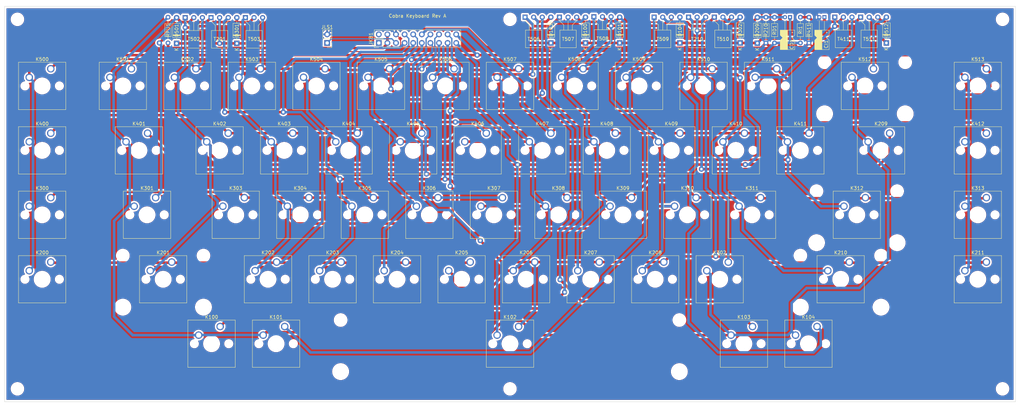
<source format=kicad_pcb>
(kicad_pcb (version 20211014) (generator pcbnew)
  (layers (0 "F.Cu" signal) (31 "B.Cu" signal) (34 "B.Paste" user) (35 "F.Paste" user) (36 "B.SilkS" user "B.Silkscreen") (37 "F.SilkS" user "F.Silkscreen") (38 "B.Mask" user) (39 "F.Mask" user) (44 "Edge.Cuts" user))
  (net 0 "")
  (net 1 "Net-(CD1-Pad2)")
  (net 2 "Net-(CD1-Pad1)")
  (net 3 "GND")
  (net 4 "Net-(D100-Pad2)")
  (net 5 "Net-(D100-Pad1)")
  (net 6 "Net-(D101-Pad2)")
  (net 7 "Net-(D103-Pad2)")
  (net 8 "Net-(D104-Pad2)")
  (net 9 "Net-(D301-Pad2)")
  (net 10 "Net-(D302-Pad2)")
  (net 11 "Net-(D501-Pad2)")
  (net 12 "Net-(D512-Pad2)")
  (net 13 "DIF")
  (net 14 "Net-(K100-Pad2)")
  (net 15 "K0")
  (net 16 "KA15")
  (net 17 "K5")
  (net 18 "KA8")
  (net 19 "K1")
  (net 20 "K2")
  (net 21 "K3")
  (net 22 "K4")
  (net 23 "KA9")
  (net 24 "KA14")
  (net 25 "KA10")
  (net 26 "KA13")
  (net 27 "KA11")
  (net 28 "KA12")
  (net 29 "VCC")
  (net 32 "Net-(CI1-Pad1)")
  (footprint "horizontal:CP_Radial_D4.0mm_P1.50mm_Horizontal" (layer "F.Cu") (at 231.902 3.175)
    (fp_text reference "CD1")
    (fp_text value "10uF")
  )
  (footprint "horizontal:CP_Radial_D4.0mm_P1.50mm_Horizontal" (layer "F.Cu") (at 242.062 3.175)
    (fp_text reference "CI1")
    (fp_text value "10uF")
  )
  (footprint "Diode_THT:D_DO-35_SOD27_P7.62mm_Horizontal" (layer "F.Cu") (at 171.5135 10.795 90)
    (fp_text reference "D100")
    (fp_text value "1N4148")
  )
  (footprint "Diode_THT:D_DO-35_SOD27_P7.62mm_Horizontal" (layer "F.Cu") (at 181.61 10.795 90)
    (fp_text reference "D101")
    (fp_text value "1N4148")
  )
  (footprint "Diode_THT:D_DO-35_SOD27_P7.62mm_Horizontal" (layer "F.Cu") (at 161.29 10.795 90)
    (fp_text reference "D103")
    (fp_text value "1N4148")
  )
  (footprint "Diode_THT:D_DO-35_SOD27_P7.62mm_Horizontal" (layer "F.Cu") (at 199.39 10.795 90)
    (fp_text reference "D104")
    (fp_text value "1N4148")
  )
  (footprint "Diode_THT:D_DO-35_SOD27_P7.62mm_Horizontal" (layer "F.Cu") (at 222.25 10.8585 90)
    (fp_text reference "D209")
    (fp_text value "1N4148")
  )
  (footprint "Diode_THT:D_DO-35_SOD27_P7.62mm_Horizontal" (layer "F.Cu") (at 68.58 10.922 90)
    (fp_text reference "D301")
    (fp_text value "1N4148")
  )
  (footprint "Diode_THT:D_DO-35_SOD27_P7.62mm_Horizontal" (layer "F.Cu") (at 217.17 10.795 90)
    (fp_text reference "D302")
    (fp_text value "1N4148")
  )
  (footprint "Diode_THT:D_DO-35_SOD27_P7.62mm_Horizontal" (layer "F.Cu") (at 50.8 10.922 90)
    (fp_text reference "D501")
    (fp_text value "1N4148")
  )
  (footprint "Diode_THT:D_DO-35_SOD27_P7.62mm_Horizontal" (layer "F.Cu") (at 260.35 10.795 90)
    (fp_text reference "D512")
    (fp_text value "1N4148")
  )
  (footprint "Connector_PinHeader_2.54mm:PinHeader_2x10_P2.54mm_Vertical" (layer "F.Cu") (at 110.49 10.795 90)
    (fp_text reference "JKB1")
    (fp_text value "Conn_02x10_Row_Letter_Last")
  )
  (footprint "Connector_PinHeader_2.54mm:PinHeader_1x02_P2.54mm_Vertical" (layer "F.Cu") (at 95.25 10.795 180)
    (fp_text reference "JLS1")
    (fp_text value "Conn_01x02")
  )
  (footprint "Button_Switch_Keyboard:SW_Cherry_MX_1.00u_PCB" (layer "F.Cu") (at 63.65875 94.615)
    (fp_text reference "K100")
    (fp_text value "DOWN")
  )
  (footprint "Button_Switch_Keyboard:SW_Cherry_MX_1.00u_PCB" (layer "F.Cu") (at 82.70875 94.615)
    (fp_text reference "K101")
    (fp_text value "UP")
  )
  (footprint "Button_Switch_Keyboard:SW_Cherry_MX_6.25u_PCB" (layer "F.Cu") (at 151.765 94.615)
    (fp_text reference "K102")
    (fp_text value "SPACE")
  )
  (footprint "Button_Switch_Keyboard:SW_Cherry_MX_1.00u_PCB" (layer "F.Cu") (at 220.82125 94.615)
    (fp_text reference "K103")
    (fp_text value "LEFT")
  )
  (footprint "Button_Switch_Keyboard:SW_Cherry_MX_1.00u_PCB" (layer "F.Cu") (at 239.87125 94.615)
    (fp_text reference "K104")
    (fp_text value "RIGHT")
  )
  (footprint "Button_Switch_Keyboard:SW_Cherry_MX_1.00u_PCB" (layer "F.Cu") (at 13.6525 75.565)
    (fp_text reference "K200")
    (fp_text value "CTRL")
  )
  (footprint "Button_Switch_Keyboard:SW_Cherry_MX_2.25u_PCB" (layer "F.Cu") (at 49.37125 75.565)
    (fp_text reference "K201")
    (fp_text value "CS")
  )
  (footprint "Button_Switch_Keyboard:SW_Cherry_MX_1.00u_PCB" (layer "F.Cu") (at 80.3275 75.565)
    (fp_text reference "K202")
    (fp_text value "Z")
  )
  (footprint "Button_Switch_Keyboard:SW_Cherry_MX_1.00u_PCB" (layer "F.Cu") (at 99.3775 75.565)
    (fp_text reference "K203")
    (fp_text value "X")
  )
  (footprint "Button_Switch_Keyboard:SW_Cherry_MX_1.00u_PCB" (layer "F.Cu") (at 118.4275 75.565)
    (fp_text reference "K204")
    (fp_text value "C")
  )
  (footprint "Button_Switch_Keyboard:SW_Cherry_MX_1.00u_PCB" (layer "F.Cu") (at 137.4775 75.565)
    (fp_text reference "K205")
    (fp_text value "V")
  )
  (footprint "Button_Switch_Keyboard:SW_Cherry_MX_1.00u_PCB" (layer "F.Cu") (at 156.5275 75.565)
    (fp_text reference "K206")
    (fp_text value "B")
  )
  (footprint "Button_Switch_Keyboard:SW_Cherry_MX_1.00u_PCB" (layer "F.Cu") (at 175.5775 75.565)
    (fp_text reference "K207")
    (fp_text value "N")
  )
  (footprint "Button_Switch_Keyboard:SW_Cherry_MX_1.00u_PCB" (layer "F.Cu") (at 194.6275 75.565)
    (fp_text reference "K208")
    (fp_text value "M")
  )
  (footprint "Button_Switch_Keyboard:SW_Cherry_MX_1.50u_PCB" (layer "F.Cu") (at 261.3025 37.465)
    (fp_text reference "K209")
    (fp_text value "NEW M")
  )
  (footprint "Button_Switch_Keyboard:SW_Cherry_MX_2.75u_PCB" (layer "F.Cu") (at 249.39625 75.565)
    (fp_text reference "K210")
    (fp_text value "SS")
  )
  (footprint "Button_Switch_Keyboard:SW_Cherry_MX_1.00u_PCB" (layer "F.Cu") (at 289.8775 75.565)
    (fp_text reference "K211")
    (fp_text value "F4")
  )
  (footprint "Button_Switch_Keyboard:SW_Cherry_MX_1.00u_PCB" (layer "F.Cu") (at 13.6525 56.515)
    (fp_text reference "K300")
    (fp_text value "NO SCR")
  )
  (footprint "Button_Switch_Keyboard:SW_Cherry_MX_1.75u_PCB" (layer "F.Cu") (at 44.60875 56.515)
    (fp_text reference "K301")
    (fp_text value "CS LK")
  )
  (footprint "Button_Switch_Keyboard:SW_Cherry_MX_1.00u_PCB" (layer "F.Cu") (at 213.6775 75.565)
    (fp_text reference "K302")
    (fp_text value "GRAPH")
  )
  (footprint "Button_Switch_Keyboard:SW_Cherry_MX_1.00u_PCB" (layer "F.Cu") (at 70.8025 56.515)
    (fp_text reference "K303")
    (fp_text value "A")
  )
  (footprint "Button_Switch_Keyboard:SW_Cherry_MX_1.00u_PCB" (layer "F.Cu") (at 89.8525 56.515)
    (fp_text reference "K304")
    (fp_text value "S")
  )
  (footprint "Button_Switch_Keyboard:SW_Cherry_MX_1.00u_PCB" (layer "F.Cu") (at 108.9025 56.515)
    (fp_text reference "K305")
    (fp_text value "D")
  )
  (footprint "Button_Switch_Keyboard:SW_Cherry_MX_1.00u_PCB" (layer "F.Cu") (at 127.9525 56.515)
    (fp_text reference "K306")
    (fp_text value "F")
  )
  (footprint "Button_Switch_Keyboard:SW_Cherry_MX_1.00u_PCB" (layer "F.Cu") (at 147.0025 56.515)
    (fp_text reference "K307")
    (fp_text value "G")
  )
  (footprint "Button_Switch_Keyboard:SW_Cherry_MX_1.00u_PCB" (layer "F.Cu") (at 166.0525 56.515)
    (fp_text reference "K308")
    (fp_text value "H")
  )
  (footprint "Button_Switch_Keyboard:SW_Cherry_MX_1.00u_PCB" (layer "F.Cu") (at 185.1025 56.515)
    (fp_text reference "K309")
    (fp_text value "J")
  )
  (footprint "Button_Switch_Keyboard:SW_Cherry_MX_1.00u_PCB" (layer "F.Cu") (at 204.1525 56.515)
    (fp_text reference "K310")
    (fp_text value "K")
  )
  (footprint "Button_Switch_Keyboard:SW_Cherry_MX_1.00u_PCB" (layer "F.Cu") (at 223.2025 56.515)
    (fp_text reference "K311")
    (fp_text value "L")
  )
  (footprint "Button_Switch_Keyboard:SW_Cherry_MX_2.25u_PCB" (layer "F.Cu") (at 254.15875 56.515)
    (fp_text reference "K312")
    (fp_text value "ENTER")
  )
  (footprint "Button_Switch_Keyboard:SW_Cherry_MX_1.00u_PCB" (layer "F.Cu") (at 289.8775 56.515)
    (fp_text reference "K313")
    (fp_text value "F3")
  )
  (footprint "Button_Switch_Keyboard:SW_Cherry_MX_1.00u_PCB" (layer "F.Cu") (at 13.6525 37.465)
    (fp_text reference "K400")
    (fp_text value "LF")
  )
  (footprint "Button_Switch_Keyboard:SW_Cherry_MX_1.50u_PCB" (layer "F.Cu") (at 42.2275 37.465)
    (fp_text reference "K401")
    (fp_text value "TAB")
  )
  (footprint "Button_Switch_Keyboard:SW_Cherry_MX_1.00u_PCB" (layer "F.Cu") (at 66.04 37.465)
    (fp_text reference "K402")
    (fp_text value "Q")
  )
  (footprint "Button_Switch_Keyboard:SW_Cherry_MX_1.00u_PCB" (layer "F.Cu") (at 85.09 37.465)
    (fp_text reference "K403")
    (fp_text value "W")
  )
  (footprint "Button_Switch_Keyboard:SW_Cherry_MX_1.00u_PCB" (layer "F.Cu") (at 104.14 37.465)
    (fp_text reference "K404")
    (fp_text value "E")
  )
  (footprint "Button_Switch_Keyboard:SW_Cherry_MX_1.00u_PCB" (layer "F.Cu") (at 123.19 37.465)
    (fp_text reference "K405")
    (fp_text value "R")
  )
  (footprint "Button_Switch_Keyboard:SW_Cherry_MX_1.00u_PCB" (layer "F.Cu") (at 142.24 37.465)
    (fp_text reference "K406")
    (fp_text value "T")
  )
  (footprint "Button_Switch_Keyboard:SW_Cherry_MX_1.00u_PCB" (layer "F.Cu") (at 161.29 37.465)
    (fp_text reference "K407")
    (fp_text value "Y")
  )
  (footprint "Button_Switch_Keyboard:SW_Cherry_MX_1.00u_PCB" (layer "F.Cu") (at 180.34 37.465)
    (fp_text reference "K408")
    (fp_text value "U")
  )
  (footprint "Button_Switch_Keyboard:SW_Cherry_MX_1.00u_PCB" (layer "F.Cu") (at 199.39 37.465)
    (fp_text reference "K409")
    (fp_text value "I")
  )
  (footprint "Button_Switch_Keyboard:SW_Cherry_MX_1.00u_PCB" (layer "F.Cu") (at 218.44 37.465)
    (fp_text reference "K410")
    (fp_text value "O")
  )
  (footprint "Button_Switch_Keyboard:SW_Cherry_MX_1.00u_PCB" (layer "F.Cu") (at 237.49 37.465)
    (fp_text reference "K411")
    (fp_text value "P")
  )
  (footprint "Button_Switch_Keyboard:SW_Cherry_MX_1.00u_PCB" (layer "F.Cu") (at 289.8775 37.465)
    (fp_text reference "K412")
    (fp_text value "F2")
  )
  (footprint "Button_Switch_Keyboard:SW_Cherry_MX_1.00u_PCB" (layer "F.Cu") (at 13.6525 18.415)
    (fp_text reference "K500")
    (fp_text value "ESC")
  )
  (footprint "Button_Switch_Keyboard:SW_Cherry_MX_1.00u_PCB" (layer "F.Cu") (at 37.465 18.415)
    (fp_text reference "K501")
    (fp_text value "PG ED")
  )
  (footprint "Button_Switch_Keyboard:SW_Cherry_MX_1.00u_PCB" (layer "F.Cu") (at 56.515 18.415)
    (fp_text reference "K502")
    (fp_text value "1")
  )
  (footprint "Button_Switch_Keyboard:SW_Cherry_MX_1.00u_PCB" (layer "F.Cu") (at 75.565 18.415)
    (fp_text reference "K503")
    (fp_text value "2")
  )
  (footprint "Button_Switch_Keyboard:SW_Cherry_MX_1.00u_PCB" (layer "F.Cu") (at 94.615 18.415)
    (fp_text reference "K504")
    (fp_text value "3")
  )
  (footprint "Button_Switch_Keyboard:SW_Cherry_MX_1.00u_PCB" (layer "F.Cu") (at 113.665 18.415)
    (fp_text reference "K505")
    (fp_text value "4")
  )
  (footprint "Button_Switch_Keyboard:SW_Cherry_MX_1.00u_PCB" (layer "F.Cu") (at 132.715 18.415)
    (fp_text reference "K506")
    (fp_text value "5")
  )
  (footprint "Button_Switch_Keyboard:SW_Cherry_MX_1.00u_PCB" (layer "F.Cu") (at 151.765 18.415)
    (fp_text reference "K507")
    (fp_text value "6")
  )
  (footprint "Button_Switch_Keyboard:SW_Cherry_MX_1.00u_PCB" (layer "F.Cu") (at 170.815 18.415)
    (fp_text reference "K508")
    (fp_text value "7")
  )
  (footprint "Button_Switch_Keyboard:SW_Cherry_MX_1.00u_PCB" (layer "F.Cu") (at 189.865 18.415)
    (fp_text reference "K509")
    (fp_text value "8")
  )
  (footprint "Button_Switch_Keyboard:SW_Cherry_MX_1.00u_PCB" (layer "F.Cu") (at 208.915 18.415)
    (fp_text reference "K510")
    (fp_text value "9")
  )
  (footprint "Button_Switch_Keyboard:SW_Cherry_MX_1.00u_PCB" (layer "F.Cu") (at 227.965 18.415)
    (fp_text reference "K511")
    (fp_text value "0")
  )
  (footprint "Button_Switch_Keyboard:SW_Cherry_MX_2.00u_PCB" (layer "F.Cu") (at 256.54 18.415)
    (fp_text reference "K512")
    (fp_text value "DEL")
  )
  (footprint "Button_Switch_Keyboard:SW_Cherry_MX_1.00u_PCB" (layer "F.Cu") (at 289.8775 18.415)
    (fp_text reference "K513")
    (fp_text value "F1")
  )
  (footprint "Resistor_THT:R_Axial_DIN0204_L3.6mm_D1.6mm_P7.62mm_Horizontal" (layer "F.Cu") (at 224.79 10.795 90)
    (fp_text reference "R210")
    (fp_text value "4.7K")
  )
  (footprint "Resistor_THT:R_Axial_DIN0204_L3.6mm_D1.6mm_P7.62mm_Horizontal" (layer "F.Cu") (at 237.49 10.795 90)
    (fp_text reference "R411")
    (fp_text value "4.7K")
  )
  (footprint "Resistor_THT:R_Axial_DIN0204_L3.6mm_D1.6mm_P7.62mm_Horizontal" (layer "F.Cu") (at 227.33 10.795 90)
    (fp_text reference "RD1")
    (fp_text value "10K")
  )
  (footprint "Resistor_THT:R_Axial_DIN0204_L3.6mm_D1.6mm_P7.62mm_Horizontal" (layer "F.Cu") (at 234.95 10.795 90)
    (fp_text reference "RI1")
    (fp_text value "4.7K")
  )
  (footprint "Resistor_THT:R_Axial_DIN0204_L3.6mm_D1.6mm_P7.62mm_Horizontal" (layer "F.Cu") (at 48.26 10.795 90)
    (fp_text reference "RPU1")
    (fp_text value "1.5K")
  )
  (footprint "horizontal:TO-92_Inline_Wide_Horizontal1" (layer "F.Cu") (at 60.96 3.302)
    (fp_text reference "T201")
    (fp_text value "BC337")
  )
  (footprint "horizontal:TO-92_Inline_Wide_Horizontal1" (layer "F.Cu") (at 201.93 3.175)
    (fp_text reference "T210")
    (fp_text value "BC337")
  )
  (footprint "horizontal:TO-92_Inline_Wide_Horizontal1" (layer "F.Cu") (at 245.11 3.175)
    (fp_text reference "T411")
    (fp_text value "BC337")
  )
  (footprint "horizontal:TO-92_Inline_Wide_Horizontal1" (layer "F.Cu") (at 53.34 3.302)
    (fp_text reference "T502")
    (fp_text value "BC337")
  )
  (footprint "horizontal:TO-92_Inline_Wide_Horizontal1" (layer "F.Cu") (at 71.12 3.302)
    (fp_text reference "T503")
    (fp_text value "BC337")
  )
  (footprint "horizontal:TO-92_Inline_Wide_Horizontal1" (layer "F.Cu") (at 153.67 3.175)
    (fp_text reference "T506")
    (fp_text value "BC337")
  )
  (footprint "horizontal:TO-92_Inline_Wide_Horizontal1" (layer "F.Cu") (at 163.83 3.175)
    (fp_text reference "T507")
    (fp_text value "BC337")
  )
  (footprint "horizontal:TO-92_Inline_Wide_Horizontal1" (layer "F.Cu") (at 173.99 3.048)
    (fp_text reference "T508")
    (fp_text value "BC337")
  )
  (footprint "horizontal:TO-92_Inline_Wide_Horizontal1" (layer "F.Cu") (at 191.77 3.175)
    (fp_text reference "T509")
    (fp_text value "BC337")
  )
  (footprint "horizontal:TO-92_Inline_Wide_Horizontal1" (layer "F.Cu") (at 209.55 3.175)
    (fp_text reference "T510")
    (fp_text value "BC337")
  )
  (footprint "horizontal:TO-92_Inline_Wide_Horizontal1" (layer "F.Cu") (at 252.73 3.175)
    (fp_text reference "T511")
    (fp_text value "BC337")
  )
  (footprint "MountingHole:MountingHole_3mm" (layer "F.Cu") (at 3.81 3.81)
    (fp_text reference "H1")
    (fp_text value "MountingHole")
  )
  (footprint "MountingHole:MountingHole_3mm" (layer "F.Cu") (at 149.225 3.81)
    (fp_text reference "H2")
    (fp_text value "MountingHole")
  )
  (footprint "MountingHole:MountingHole_3mm" (layer "F.Cu") (at 294.64 3.81)
    (fp_text reference "H3")
    (fp_text value "MountingHole")
  )
  (footprint "MountingHole:MountingHole_3mm" (layer "F.Cu") (at 294.64 113.03)
    (fp_text reference "H4")
    (fp_text value "MountingHole")
  )
  (footprint "MountingHole:MountingHole_3mm" (layer "F.Cu") (at 149.225 113.03)
    (fp_text reference "H5")
    (fp_text value "MountingHole")
  )
  (footprint "MountingHole:MountingHole_3mm" (layer "F.Cu") (at 3.81 113.03)
    (fp_text reference "H6")
    (fp_text value "MountingHole")
  )
  (gr_line (start 0 116.84) (end 0 0) (layer "Edge.Cuts") (width 0.1))
  (gr_line (start 298.45 0) (end 298.45 116.84) (layer "Edge.Cuts") (width 0.1))
  (gr_line (start 298.45 116.84) (end 0 116.84) (layer "Edge.Cuts") (width 0.1))
  (gr_line (start 0 0) (end 298.45 0) (layer "Edge.Cuts") (width 0.1))
  (gr_text "Cobra Keyboard Rev A" (at 121.92 2.794) (layer "F.SilkS") (effects (font (size 1 1))))
  (segment (start 261.343501 37.506001) (end 261.3025 37.465) (width 0.762) (layer "F.Cu") (net 1))
  (segment (start 205.74 48.079) (end 257.048382 48.079) (width 0.762) (layer "F.Cu") (net 1))
  (segment (start 222.25 3.2385) (end 218.3765 7.112) (width 0.762) (layer "F.Cu") (net 1))
  (segment (start 257.048382 48.079) (end 261.343501 43.783881) (width 0.762) (layer "F.Cu") (net 1))
  (segment (start 261.343501 43.783881) (end 261.343501 37.506001) (width 0.762) (layer "F.Cu") (net 1))
  (segment (start 218.3765 7.112) (end 204.543 7.112) (width 0.762) (layer "F.Cu") (net 1))
  (segment (start 204.543 7.112) (end 204.47 7.185) (width 0.762) (layer "F.Cu") (net 1))
  (via (at 205.74 48.079) (size 1.524) (drill 0.762) (layers "F.Cu" "B.Cu") (net 1))
  (via (at 204.47 7.185) (size 1.524) (drill 0.762) (layers "F.Cu" "B.Cu") (net 1))
  (segment (start 205.79399 48.02501) (end 205.74 48.079) (width 0.762) (layer "B.Cu") (net 1))
  (segment (start 203.2 25.146) (end 205.79399 27.73999) (width 0.762) (layer "B.Cu") (net 1))
  (segment (start 205.79399 27.73999) (end 205.79399 48.02501) (width 0.762) (layer "B.Cu") (net 1))
  (segment (start 203.2 22.86) (end 203.2 25.146) (width 0.762) (layer "B.Cu") (net 1))
  (segment (start 204.47 6.811011) (end 204.47 7.112) (width 0.762) (layer "B.Cu") (net 1))
  (segment (start 222.3135 3.175) (end 222.25 3.2385) (width 0.762) (layer "B.Cu") (net 1))
  (segment (start 230.402 3.175) (end 222.3135 3.175) (width 0.762) (layer "B.Cu") (net 1))
  (segment (start 204.47 21.59) (end 203.2 22.86) (width 0.762) (layer "B.Cu") (net 1))
  (segment (start 204.47 7.112) (end 204.47 21.59) (width 0.762) (layer "B.Cu") (net 1))
  (segment (start 204.47 3.175) (end 204.47 6.811011) (width 0.762) (layer "B.Cu") (net 1))
  (segment (start 52.949499 48.186999) (end 202.257001 48.186999) (width 0.762) (layer "F.Cu") (net 2))
  (segment (start 42.2275 37.465) (end 52.949499 48.186999) (width 0.762) (layer "F.Cu") (net 2))
  (segment (start 202.257001 48.186999) (end 203.708001 46.735999) (width 0.762) (layer "F.Cu") (net 2))
  (segment (start 203.708001 46.735999) (end 217.61637 46.736) (width 0.762) (layer "F.Cu") (net 2))
  (segment (start 217.61637 46.736) (end 218.694 46.736) (width 0.762) (layer "F.Cu") (net 2))
  (via (at 218.694 46.736) (size 1.524) (drill 0.762) (layers "F.Cu" "B.Cu") (net 2))
  (segment (start 218.913999 31.842999) (end 222.411001 35.340001) (width 0.762) (layer "B.Cu") (net 2))
  (segment (start 222.411001 35.340001) (end 222.411001 44.096629) (width 0.762) (layer "B.Cu") (net 2))
  (segment (start 232.029 10.795) (end 234.95 10.795) (width 0.762) (layer "B.Cu") (net 2))
  (segment (start 227.33 10.795) (end 218.913999 19.211001) (width 0.762) (layer "B.Cu") (net 2))
  (segment (start 227.33 10.795) (end 232.029 10.795) (width 0.762) (layer "B.Cu") (net 2))
  (segment (start 219.77163 46.736) (end 218.694 46.736) (width 0.762) (layer "B.Cu") (net 2))
  (segment (start 231.902 3.175) (end 231.902 10.668) (width 0.762) (layer "B.Cu") (net 2))
  (segment (start 218.913999 19.211001) (end 218.913999 31.842999) (width 0.762) (layer "B.Cu") (net 2))
  (segment (start 231.902 10.668) (end 232.029 10.795) (width 0.762) (layer "B.Cu") (net 2))
  (segment (start 222.411001 44.096629) (end 219.77163 46.736) (width 0.762) (layer "B.Cu") (net 2))
  (segment (start 115.57 8.255) (end 116.932999 9.617999) (width 0.254) (layer "F.Cu") (net 3))
  (segment (start 224.79 10.795) (end 223.345499 12.239501) (width 0.762) (layer "F.Cu") (net 3))
  (segment (start 226.071001 12.076001) (end 224.79 10.795) (width 0.762) (layer "F.Cu") (net 3))
  (segment (start 236.208999 12.076001) (end 226.071001 12.076001) (width 0.762) (layer "F.Cu") (net 3))
  (segment (start 237.49 10.795) (end 236.208999 12.076001) (width 0.762) (layer "F.Cu") (net 3))
  (segment (start 116.932999 9.617999) (end 116.932999 12.030999) (width 0.254) (layer "F.Cu") (net 3))
  (segment (start 116.932999 12.030999) (end 117.141501 12.239501) (width 0.254) (layer "F.Cu") (net 3))
  (segment (start 223.345499 12.239501) (end 117.141501 12.239501) (width 0.762) (layer "F.Cu") (net 3))
  (segment (start 114.329499 7.014499) (end 115.57 8.255) (width 0.381) (layer "B.Cu") (net 3))
  (segment (start 240.562 7.723) (end 237.49 10.795) (width 0.762) (layer "B.Cu") (net 3))
  (segment (start 95.25 8.255) (end 96.490501 7.014499) (width 0.381) (layer "B.Cu") (net 3))
  (segment (start 96.490501 7.014499) (end 114.329499 7.014499) (width 0.381) (layer "B.Cu") (net 3))
  (segment (start 240.562 3.175) (end 240.562 7.723) (width 0.762) (layer "B.Cu") (net 3))
  (segment (start 63.65875 94.615) (end 68.99275 89.281) (width 0.762) (layer "F.Cu") (net 4))
  (segment (start 160.528 89.281) (end 165.354 84.455) (width 0.762) (layer "F.Cu") (net 4))
  (segment (start 68.99275 89.281) (end 160.528 89.281) (width 0.762) (layer "F.Cu") (net 4))
  (via (at 165.354 84.455) (size 1.524) (drill 0.762) (layers "F.Cu" "B.Cu") (net 4))
  (segment (start 167.701001 4.506001) (end 166.558001 4.506001) (width 0.762) (layer "B.Cu") (net 4))
  (segment (start 166.37 3.175) (end 166.37 4.318) (width 0.762) (layer "B.Cu") (net 4))
  (segment (start 160.274 27.178) (end 160.274 12.446) (width 0.762) (layer "B.Cu") (net 4))
  (segment (start 169.164 59.944) (end 169.164 36.068) (width 0.762) (layer "B.Cu") (net 4))
  (segment (start 165.354 66.951382) (end 170.023501 62.281881) (width 0.762) (layer "B.Cu") (net 4))
  (segment (start 169.164 36.068) (end 160.274 27.178) (width 0.762) (layer "B.Cu") (net 4))
  (segment (start 162.615199 4.506001) (end 166.558001 4.506001) (width 0.762) (layer "B.Cu") (net 4))
  (segment (start 171.5135 3.217302) (end 171.5135 3.175) (width 0.762) (layer "B.Cu") (net 4))
  (segment (start 165.354 84.455) (end 165.354 66.951382) (width 0.762) (layer "B.Cu") (net 4))
  (segment (start 159.908999 7.212201) (end 162.615199 4.506001) (width 0.762) (layer "B.Cu") (net 4))
  (segment (start 170.023501 62.281881) (end 170.023501 60.803501) (width 0.762) (layer "B.Cu") (net 4))
  (segment (start 170.023501 60.803501) (end 169.164 59.944) (width 0.762) (layer "B.Cu") (net 4))
  (segment (start 170.182499 4.506001) (end 171.5135 3.175) (width 0.762) (layer "B.Cu") (net 4))
  (segment (start 167.701001 4.506001) (end 170.182499 4.506001) (width 0.762) (layer "B.Cu") (net 4))
  (segment (start 166.37 4.318) (end 166.558001 4.506001) (width 0.762) (layer "B.Cu") (net 4))
  (segment (start 159.908999 12.080999) (end 159.908999 7.212201) (width 0.762) (layer "B.Cu") (net 4))
  (segment (start 160.274 12.446) (end 159.908999 12.080999) (width 0.762) (layer "B.Cu") (net 4))
  (segment (start 223.594501 9.513999) (end 222.25 10.8585) (width 0.762) (layer "F.Cu") (net 5))
  (segment (start 68.58 10.922) (end 84.074 10.922) (width 0.762) (layer "F.Cu") (net 5))
  (segment (start 137.414 5.334) (end 91.694 5.334) (width 0.762) (layer "F.Cu") (net 5))
  (segment (start 161.29 10.795) (end 222.1865 10.795) (width 0.762) (layer "F.Cu") (net 5))
  (segment (start 161.29 10.795) (end 142.875 10.795) (width 0.762) (layer "F.Cu") (net 5))
  (segment (start 63.5 10.922) (end 68.58 10.922) (width 0.762) (layer "F.Cu") (net 5))
  (segment (start 50.8 10.922) (end 63.5 10.922) (width 0.762) (layer "F.Cu") (net 5))
  (segment (start 86.106 10.922) (end 84.074 10.922) (width 0.762) (layer "F.Cu") (net 5))
  (segment (start 142.875 10.795) (end 137.414 5.334) (width 0.762) (layer "F.Cu") (net 5))
  (segment (start 222.1865 10.795) (end 222.25 10.8585) (width 0.762) (layer "F.Cu") (net 5))
  (segment (start 91.694 5.334) (end 86.106 10.922) (width 0.762) (layer "F.Cu") (net 5))
  (segment (start 259.068999 9.513999) (end 223.594501 9.513999) (width 0.762) (layer "F.Cu") (net 5))
  (segment (start 260.35 10.795) (end 259.068999 9.513999) (width 0.762) (layer "F.Cu") (net 5))
  (via (at 63.5 10.922) (size 1.524) (drill 0.762) (layers "F.Cu" "B.Cu") (net 5))
  (segment (start 63.5 3.302) (end 63.5 10.922) (width 0.762) (layer "B.Cu") (net 5))
  (segment (start 180.405999 4.379001) (end 181.61 3.175) (width 0.762) (layer "F.Cu") (net 6))
  (segment (start 177.861001 4.379001) (end 180.405999 4.379001) (width 0.762) (layer "F.Cu") (net 6))
  (segment (start 176.53 3.048) (end 177.861001 4.379001) (width 0.762) (layer "F.Cu") (net 6))
  (segment (start 176.686499 80.815883) (end 155.226381 102.276001) (width 0.762) (layer "B.Cu") (net 6))
  (segment (start 181.61 3.175) (end 182.991001 4.556001) (width 0.762) (layer "B.Cu") (net 6))
  (segment (start 189.073501 37.398987) (end 189.073501 67.571117) (width 0.762) (layer "B.Cu") (net 6))
  (segment (start 176.686499 79.958119) (end 176.686499 80.815883) (width 0.762) (layer "B.Cu") (net 6))
  (segment (start 90.369751 102.276001) (end 82.70875 94.615) (width 0.762) (layer "B.Cu") (net 6))
  (segment (start 182.991001 15.636999) (end 179.324 19.304) (width 0.762) (layer "B.Cu") (net 6))
  (segment (start 179.324 27.649486) (end 189.073501 37.398987) (width 0.762) (layer "B.Cu") (net 6))
  (segment (start 182.991001 4.556001) (end 182.991001 15.636999) (width 0.762) (layer "B.Cu") (net 6))
  (segment (start 155.226381 102.276001) (end 90.369751 102.276001) (width 0.762) (layer "B.Cu") (net 6))
  (segment (start 179.324 19.304) (end 179.324 27.649486) (width 0.762) (layer "B.Cu") (net 6))
  (segment (start 189.073501 67.571117) (end 176.686499 79.958119) (width 0.762) (layer "B.Cu") (net 6))
  (segment (start 159.958999 4.506001) (end 161.29 3.175) (width 0.762) (layer "F.Cu") (net 7))
  (segment (start 170.488 87.249) (end 164.011 80.772) (width 0.762) (layer "F.Cu") (net 7))
  (segment (start 170.688 87.249) (end 170.488 87.249) (width 0.762) (layer "F.Cu") (net 7))
  (segment (start 213.45525 87.249) (end 170.688 87.249) (width 0.762) (layer "F.Cu") (net 7))
  (segment (start 156.21 3.175) (end 157.541001 4.506001) (width 0.762) (layer "F.Cu") (net 7))
  (segment (start 157.541001 4.506001) (end 159.958999 4.506001) (width 0.762) (layer "F.Cu") (net 7))
  (segment (start 220.82125 94.615) (end 213.45525 87.249) (width 0.762) (layer "F.Cu") (net 7))
  (via (at 164.011 80.772) (size 1.524) (drill 0.762) (layers "F.Cu" "B.Cu") (net 7))
  (segment (start 167.733501 60.336117) (end 167.733501 36.469473) (width 0.762) (layer "B.Cu") (net 7))
  (segment (start 157.406999 26.142971) (end 157.406999 4.371999) (width 0.762) (layer "B.Cu") (net 7))
  (segment (start 164.011 80.772) (end 164.011 66.367) (width 0.762) (layer "B.Cu") (net 7))
  (segment (start 167.733501 36.469473) (end 157.406999 26.142971) (width 0.762) (layer "B.Cu") (net 7))
  (segment (start 157.406999 4.371999) (end 156.21 3.175) (width 0.762) (layer "B.Cu") (net 7))
  (segment (start 167.161499 60.908119) (end 167.733501 60.336117) (width 0.762) (layer "B.Cu") (net 7))
  (segment (start 167.161499 63.216501) (end 167.161499 60.908119) (width 0.762) (layer "B.Cu") (net 7))
  (segment (start 164.011 66.367) (end 167.161499 63.216501) (width 0.762) (layer "B.Cu") (net 7))
  (segment (start 204.47 28.787882) (end 199.863999 24.181881) (width 0.762) (layer "B.Cu") (net 8))
  (segment (start 200.897118 21.775) (end 200.883999 21.761881) (width 0.762) (layer "B.Cu") (net 8))
  (segment (start 201.422 5.207) (end 200.721001 4.506001) (width 0.762) (layer "B.Cu") (net 8))
  (segment (start 210.734001 102.276001) (end 201.93 93.472) (width 0.762) (layer "B.Cu") (net 8))
  (segment (start 238.845999 102.276001) (end 210.734001 102.276001) (width 0.762) (layer "B.Cu") (net 8))
  (segment (start 240.971249 95.714999) (end 240.971249 100.150751) (width 0.762) (layer "B.Cu") (net 8))
  (segment (start 195.641001 4.506001) (end 199.201999 4.506001) (width 0.762) (layer "B.Cu") (net 8))
  (segment (start 194.31 3.175) (end 195.641001 4.506001) (width 0.762) (layer "B.Cu") (net 8))
  (segment (start 202.471499 58.634117) (end 202.471499 48.988501) (width 0.762) (layer "B.Cu") (net 8))
  (segment (start 199.39 3.175) (end 199.39 4.318) (width 0.762) (layer "B.Cu") (net 8))
  (segment (start 200.883999 21.761881) (end 200.883999 19.080001) (width 0.762) (layer "B.Cu") (net 8))
  (segment (start 200.721001 4.506001) (end 199.201999 4.506001) (width 0.762) (layer "B.Cu") (net 8))
  (segment (start 239.87125 94.615) (end 240.971249 95.714999) (width 0.762) (layer "B.Cu") (net 8))
  (segment (start 199.863999 22.808119) (end 200.897118 21.775) (width 0.762) (layer "B.Cu") (net 8))
  (segment (start 204.47 60.632618) (end 202.471499 58.634117) (width 0.762) (layer "B.Cu") (net 8))
  (segment (start 204.47 64.643) (end 204.47 60.632618) (width 0.762) (layer "B.Cu") (net 8))
  (segment (start 204.47 46.99) (end 204.47 28.787882) (width 0.762) (layer "B.Cu") (net 8))
  (segment (start 201.93 93.472) (end 201.93 67.183) (width 0.762) (layer "B.Cu") (net 8))
  (segment (start 201.422 18.542) (end 201.422 5.207) (width 0.762) (layer "B.Cu") (net 8))
  (segment (start 200.883999 19.080001) (end 201.422 18.542) (width 0.762) (layer "B.Cu") (net 8))
  (segment (start 201.93 67.183) (end 204.47 64.643) (width 0.762) (layer "B.Cu") (net 8))
  (segment (start 199.863999 24.181881) (end 199.863999 22.808119) (width 0.762) (layer "B.Cu") (net 8))
  (segment (start 240.971249 100.150751) (end 238.845999 102.276001) (width 0.762) (layer "B.Cu") (net 8))
  (segment (start 199.39 4.318) (end 199.201999 4.506001) (width 0.762) (layer "B.Cu") (net 8))
  (segment (start 202.471499 48.988501) (end 204.47 46.99) (width 0.762) (layer "B.Cu") (net 8))
  (segment (start 71.755 4.699) (end 71.820999 4.633001) (width 0.762) (layer "F.Cu") (net 9))
  (segment (start 60.452 5.842) (end 57.404 5.842) (width 0.762) (layer "F.Cu") (net 9))
  (segment (start 68.58 4.572) (end 68.518999 4.633001) (width 0.762) (layer "F.Cu") (net 9))
  (segment (start 61.660999 4.633001) (end 60.452 5.842) (width 0.762) (layer "F.Cu") (net 9))
  (segment (start 72.328999 4.633001) (end 73.66 3.302) (width 0.762) (layer "F.Cu") (net 9))
  (segment (start 68.518999 4.633001) (end 61.660999 4.633001) (width 0.762) (layer "F.Cu") (net 9))
  (segment (start 48.948999 7.566001) (end 45.72 10.795) (width 0.762) (layer "F.Cu") (net 9))
  (segment (start 71.820999 4.633001) (end 72.328999 4.633001) (width 0.762) (layer "F.Cu") (net 9))
  (segment (start 57.404 5.842) (end 55.679999 7.566001) (width 0.762) (layer "F.Cu") (net 9))
  (segment (start 55.679999 7.566001) (end 48.948999 7.566001) (width 0.762) (layer "F.Cu") (net 9))
  (segment (start 68.707 4.699) (end 71.755 4.699) (width 0.762) (layer "F.Cu") (net 9))
  (segment (start 68.58 4.572) (end 68.707 4.699) (width 0.762) (layer "F.Cu") (net 9))
  (segment (start 68.58 3.302) (end 68.58 4.572) (width 0.762) (layer "F.Cu") (net 9))
  (via (at 45.72 10.795) (size 1.524) (drill 0.762) (layers "F.Cu" "B.Cu") (net 9))
  (segment (start 44.60875 56.515) (end 46.228 54.89575) (width 0.762) (layer "B.Cu") (net 9))
  (segment (start 46.228 54.89575) (end 46.228 11.303) (width 0.762) (layer "B.Cu") (net 9))
  (segment (start 46.228 11.303) (end 45.72 10.795) (width 0.762) (layer "B.Cu") (net 9))
  (segment (start 211.288991 45.299991) (end 211.288991 54.851978) (width 0.762) (layer "B.Cu") (net 10))
  (segment (start 213.421001 4.506001) (end 215.838999 4.506001) (width 0.762) (layer "B.Cu") (net 10))
  (segment (start 211.288991 54.851978) (end 213.6775 57.240486) (width 0.762) (layer "B.Cu") (net 10))
  (segment (start 209.388999 40.218119) (end 209.388999 43.399999) (width 0.762) (layer "B.Cu") (net 10))
  (segment (start 215.788999 33.818119) (end 209.388999 40.218119) (width 0.762) (layer "B.Cu") (net 10))
  (segment (start 213.6775 57.240486) (end 213.6775 75.565) (width 0.762) (layer "B.Cu") (net 10))
  (segment (start 209.388999 43.399999) (end 211.288991 45.299991) (width 0.762) (layer "B.Cu") (net 10))
  (segment (start 215.838999 4.506001) (end 217.17 3.175) (width 0.762) (layer "B.Cu") (net 10))
  (segment (start 215.788999 4.556001) (end 215.788999 33.818119) (width 0.762) (layer "B.Cu") (net 10))
  (segment (start 217.17 3.175) (end 215.788999 4.556001) (width 0.762) (layer "B.Cu") (net 10))
  (segment (start 212.09 3.175) (end 213.421001 4.506001) (width 0.762) (layer "B.Cu") (net 10))
  (segment (start 52.131001 4.633001) (end 54.548999 4.633001) (width 0.762) (layer "F.Cu") (net 11))
  (segment (start 50.8 3.302) (end 52.131001 4.633001) (width 0.762) (layer "F.Cu") (net 11))
  (segment (start 54.548999 4.633001) (end 55.88 3.302) (width 0.762) (layer "F.Cu") (net 11))
  (segment (start 37.465 16.637) (end 50.8 3.302) (width 0.762) (layer "B.Cu") (net 11))
  (segment (start 37.465 18.415) (end 37.465 16.637) (width 0.762) (layer "B.Cu") (net 11))
  (segment (start 256.54 18.415) (end 256.54 4.445) (width 0.762) (layer "B.Cu") (net 12))
  (segment (start 256.601001 4.506001) (end 255.27 3.175) (width 0.762) (layer "B.Cu") (net 12))
  (segment (start 256.54 4.445) (end 255.27 3.175) (width 0.762) (layer "B.Cu") (net 12))
  (segment (start 260.35 3.175) (end 259.018999 4.506001) (width 0.762) (layer "B.Cu") (net 12))
  (segment (start 259.018999 4.506001) (end 256.601001 4.506001) (width 0.762) (layer "B.Cu") (net 12))
  (segment (start 114.329499 9.554499) (end 115.57 10.795) (width 0.381) (layer "B.Cu") (net 13))
  (segment (start 95.25 10.795) (end 96.490501 9.554499) (width 0.381) (layer "B.Cu") (net 13))
  (segment (start 96.490501 9.554499) (end 114.329499 9.554499) (width 0.381) (layer "B.Cu") (net 13))
  (segment (start 143.786117 96.296001) (end 77.217749 96.296001) (width 0.762) (layer "F.Cu") (net 14))
  (segment (start 152.571881 92.933999) (end 147.148119 92.933999) (width 0.762) (layer "F.Cu") (net 14))
  (segment (start 77.217749 96.296001) (end 76.35875 97.155) (width 0.762) (layer "F.Cu") (net 14))
  (segment (start 147.148119 92.933999) (end 143.786117 96.296001) (width 0.762) (layer "F.Cu") (net 14))
  (segment (start 214.47125 97.155) (end 156.792882 97.155) (width 0.762) (layer "F.Cu") (net 14))
  (segment (start 156.792882 97.155) (end 152.571881 92.933999) (width 0.762) (layer "F.Cu") (net 14))
  (segment (start 76.317749 97.113999) (end 76.35875 97.155) (width 0.762) (layer "B.Cu") (net 14))
  (segment (start 214.512251 97.113999) (end 231.270249 97.113999) (width 0.762) (layer "B.Cu") (net 14))
  (segment (start 32.214999 19.220001) (end 48.26 3.175) (width 0.762) (layer "B.Cu") (net 14))
  (segment (start 57.30875 97.155) (end 57.349751 97.113999) (width 0.762) (layer "B.Cu") (net 14))
  (segment (start 250.19 20.955) (end 251.289999 22.054999) (width 0.762) (layer "B.Cu") (net 14))
  (segment (start 32.214999 36.342499) (end 32.214999 21.038999) (width 0.762) (layer "B.Cu") (net 14))
  (segment (start 208.427499 79.204999) (end 207.3275 78.105) (width 0.762) (layer "B.Cu") (net 14))
  (segment (start 252.292131 83.226001) (end 260.862251 74.655881) (width 0.762) (layer "B.Cu") (net 14))
  (segment (start 208.427499 91.111249) (end 208.427499 79.204999) (width 0.762) (layer "B.Cu") (net 14))
  (segment (start 37.846 97.155) (end 57.30875 97.155) (width 0.762) (layer "B.Cu") (net 14))
  (segment (start 232.375249 96.008999) (end 232.375249 87.646119) (width 0.762) (layer "B.Cu") (net 14))
  (segment (start 57.349751 97.113999) (end 76.317749 97.113999) (width 0.762) (layer "B.Cu") (net 14))
  (segment (start 255.113501 42.715883) (end 255.113501 40.166001) (width 0.762) (layer "B.Cu") (net 14))
  (segment (start 251.289999 22.054999) (end 251.289999 36.342499) (width 0.762) (layer "B.Cu") (net 14))
  (segment (start 31.115 20.32) (end 31.115 20.955) (width 0.762) (layer "B.Cu") (net 14))
  (segment (start 36.977499 41.104999) (end 36.977499 58.780617) (width 0.762) (layer "B.Cu") (net 14))
  (segment (start 32.350249 91.659249) (end 37.846 97.155) (width 0.762) (layer "B.Cu") (net 14))
  (segment (start 32.131 20.955) (end 32.214999 21.038999) (width 0.762) (layer "B.Cu") (net 14))
  (segment (start 35.8775 40.005) (end 32.214999 36.342499) (width 0.762) (layer "B.Cu") (net 14))
  (segment (start 35.8775 40.005) (end 36.977499 41.104999) (width 0.762) (layer "B.Cu") (net 14))
  (segment (start 231.270249 97.113999) (end 232.375249 96.008999) (width 0.762) (layer "B.Cu") (net 14))
  (segment (start 214.47125 97.155) (end 208.427499 91.111249) (width 0.762) (layer "B.Cu") (net 14))
  (segment (start 32.350249 63.407867) (end 32.350249 91.659249) (width 0.762) (layer "B.Cu") (net 14))
  (segment (start 255.113501 40.166001) (end 254.9525 40.005) (width 0.762) (layer "B.Cu") (net 14))
  (segment (start 214.47125 97.155) (end 214.512251 97.113999) (width 0.762) (layer "B.Cu") (net 14))
  (segment (start 232.375249 87.646119) (end 236.795367 83.226001) (width 0.762) (layer "B.Cu") (net 14))
  (segment (start 36.977499 58.780617) (end 32.350249 63.407867) (width 0.762) (layer "B.Cu") (net 14))
  (segment (start 38.25875 59.055) (end 37.251882 59.055) (width 0.762) (layer "B.Cu") (net 14))
  (segment (start 251.289999 36.342499) (end 254.9525 40.005) (width 0.762) (layer "B.Cu") (net 14))
  (segment (start 260.862251 74.655881) (end 260.862251 48.464633) (width 0.762) (layer "B.Cu") (net 14))
  (segment (start 31.115 20.955) (end 32.131 20.955) (width 0.762) (layer "B.Cu") (net 14))
  (segment (start 32.214999 21.038999) (end 32.214999 19.220001) (width 0.762) (layer "B.Cu") (net 14))
  (segment (start 260.862251 48.464633) (end 255.113501 42.715883) (width 0.762) (layer "B.Cu") (net 14))
  (segment (start 233.52125 97.155) (end 232.375249 96.008999) (width 0.762) (layer "B.Cu") (net 14))
  (segment (start 236.795367 83.226001) (end 252.292131 83.226001) (width 0.762) (layer "B.Cu") (net 14))
  (segment (start 37.251882 59.055) (end 36.977499 58.780617) (width 0.762) (layer "B.Cu") (net 14))
  (segment (start 201.669372 46.769499) (end 203.133872 45.304999) (width 0.762) (layer "F.Cu") (net 15))
  (segment (start 148.683501 46.769499) (end 151.417499 46.769499) (width 0.762) (layer "F.Cu") (net 15))
  (segment (start 63.904617 46.769499) (end 79.576617 46.769499) (width 0.762) (layer "F.Cu") (net 15))
  (segment (start 56.515 4.699) (end 59.563 4.699) (width 0.762) (layer "F.Cu") (net 15))
  (segment (start 60.789999 43.654881) (end 63.904617 46.769499) (width 0.762) (layer "F.Cu") (net 15))
  (segment (start 60.96 3.302) (end 59.563 4.699) (width 0.762) (layer "F.Cu") (net 15))
  (segment (start 246.880999 5.849001) (end 246.336485 5.849001) (width 0.762) (layer "F.Cu") (net 15))
  (segment (start 251.398999 4.506001) (end 248.223999 4.506001) (width 0.762) (layer "F.Cu") (net 15))
  (segment (start 231.233501 45.372499) (end 231.301001 45.304999) (width 0.762) (layer "F.Cu") (net 15))
  (segment (start 246.336485 5.849001) (end 245.11 5.849001) (width 0.762) (layer "F.Cu") (net 15))
  (segment (start 79.576617 46.769499) (end 148.683501 46.769499) (width 0.762) (layer "F.Cu") (net 15))
  (segment (start 53.34 6.223) (end 54.991 6.223) (width 0.762) (layer "F.Cu") (net 15))
  (segment (start 59.69 40.005) (end 59.731001 39.963999) (width 0.762) (layer "F.Cu") (net 15))
  (segment (start 59.69 40.005) (end 60.789999 41.104999) (width 0.762) (layer "F.Cu") (net 15))
  (segment (start 203.133872 45.304999) (end 231.301001 45.304999) (width 0.762) (layer "F.Cu") (net 15))
  (segment (start 252.73 3.175) (end 251.398999 4.506001) (width 0.762) (layer "F.Cu") (net 15))
  (segment (start 54.991 6.223) (end 56.515 4.699) (width 0.762) (layer "F.Cu") (net 15))
  (segment (start 60.789999 41.104999) (end 60.789999 43.654881) (width 0.762) (layer "F.Cu") (net 15))
  (segment (start 248.223999 4.506001) (end 246.880999 5.849001) (width 0.762) (layer "F.Cu") (net 15))
  (segment (start 151.417499 46.769499) (end 201.669372 46.769499) (width 0.762) (layer "F.Cu") (net 15))
  (via (at 151.417499 46.769499) (size 1.524) (drill 0.762) (layers "F.Cu" "B.Cu") (net 15))
  (via (at 231.301001 45.304999) (size 1.524) (drill 0.762) (layers "F.Cu" "B.Cu") (net 15))
  (via (at 53.34 6.223) (size 1.524) (drill 0.762) (layers "F.Cu" "B.Cu") (net 15))
  (via (at 245.11 5.849001) (size 1.524) (drill 0.762) (layers "F.Cu" "B.Cu") (net 15))
  (segment (start 51.264999 21.038999) (end 51.264999 19.855001) (width 0.762) (layer "B.Cu") (net 15))
  (segment (start 62.896866 59.055) (end 62.896866 57.499366) (width 0.762) (layer "B.Cu") (net 15))
  (segment (start 148.59 38.862) (end 139.446 29.718) (width 0.762) (layer "B.Cu") (net 15))
  (segment (start 139.446 29.718) (end 139.446 16.891) (width 0.762) (layer "B.Cu") (net 15))
  (segment (start 51.181 20.955) (end 51.264999 21.038999) (width 0.762) (layer "B.Cu") (net 15))
  (segment (start 145.415 97.155) (end 145.415 75.311) (width 0.762) (layer "B.Cu") (net 15))
  (segment (start 60.789999 41.104999) (end 60.789999 55.392499) (width 0.762) (layer "B.Cu") (net 15))
  (segment (start 231.301001 40.166001) (end 231.14 40.005) (width 0.762) (layer "B.Cu") (net 15))
  (segment (start 228.768001 20.913999) (end 221.656001 20.913999) (width 0.762) (layer "B.Cu") (net 15))
  (segment (start 62.896866 57.499366) (end 60.789999 55.392499) (width 0.762) (layer "B.Cu") (net 15))
  (segment (start 148.59 43.942) (end 148.59 38.862) (width 0.762) (layer "B.Cu") (net 15))
  (segment (start 247.80875 59.055) (end 241.061868 59.055) (width 0.762) (layer "B.Cu") (net 15))
  (segment (start 59.69 40.005) (end 51.264999 31.579999) (width 0.762) (layer "B.Cu") (net 15))
  (segment (start 245.11 5.849001) (end 230.045002 20.913999) (width 0.762) (layer "B.Cu") (net 15))
  (segment (start 228.768001 37.633001) (end 231.14 40.005) (width 0.762) (layer "B.Cu") (net 15))
  (segment (start 245.11 3.175) (end 245.11 5.849001) (width 0.762) (layer "B.Cu") (net 15))
  (segment (start 231.301001 45.304999) (end 231.301001 40.166001) (width 0.762) (layer "B.Cu") (net 15))
  (segment (start 139.446 16.891) (end 136.686001 14.131001) (width 0.762) (layer "B.Cu") (net 15))
  (segment (start 221.656001 20.913999) (end 221.615 20.955) (width 0.762) (layer "B.Cu") (net 15))
  (segment (start 64.4525 59.055) (end 62.896866 59.055) (width 0.762) (layer "B.Cu") (net 15))
  (segment (start 43.846866 78.105) (end 43.02125 78.105) (width 0.762) (layer "B.Cu") (net 15))
  (segment (start 62.896866 59.055) (end 43.846866 78.105) (width 0.762) (layer "B.Cu") (net 15))
  (segment (start 59.69 40.005) (end 60.789999 41.104999) (width 0.762) (layer "B.Cu") (net 15))
  (segment (start 136.686001 14.131001) (end 133.35 10.795) (width 0.762) (layer "B.Cu") (net 15))
  (segment (start 228.768001 20.913999) (end 228.768001 37.633001) (width 0.762) (layer "B.Cu") (net 15))
  (segment (start 145.415 75.311) (end 151.417499 69.308501) (width 0.762) (layer "B.Cu") (net 15))
  (segment (start 51.264999 31.579999) (end 51.264999 21.038999) (width 0.762) (layer "B.Cu") (net 15))
  (segment (start 53.34 3.302) (end 53.34 6.223) (width 0.762) (layer "B.Cu") (net 15))
  (segment (start 50.165 20.955) (end 51.181 20.955) (width 0.762) (layer "B.Cu") (net 15))
  (segment (start 151.417499 69.308501) (end 151.417499 46.769499) (width 0.762) (layer "B.Cu") (net 15))
  (segment (start 241.061868 59.055) (end 231.301001 49.294133) (width 0.762) (layer "B.Cu") (net 15))
  (segment (start 53.34 17.78) (end 53.34 6.223) (width 0.762) (layer "B.Cu") (net 15))
  (segment (start 151.417499 46.769499) (end 148.59 43.942) (width 0.762) (layer "B.Cu") (net 15))
  (segment (start 231.301001 49.294133) (end 231.301001 45.304999) (width 0.762) (layer "B.Cu") (net 15))
  (segment (start 230.045002 20.913999) (end 228.768001 20.913999) (width 0.762) (layer "B.Cu") (net 15))
  (segment (start 51.264999 19.855001) (end 53.34 17.78) (width 0.762) (layer "B.Cu") (net 15))
  (segment (start 288.411617 75.751001) (end 216.351383 75.751001) (width 0.762) (layer "F.Cu") (net 16))
  (segment (start 288.597618 75.565) (end 288.411617 75.751001) (width 0.762) (layer "F.Cu") (net 16))
  (segment (start 209.072001 73.883999) (end 208.310001 73.883999) (width 0.762) (layer "F.Cu") (net 16))
  (segment (start 289.8775 75.565) (end 288.597618 75.565) (width 0.762) (layer "F.Cu") (net 16))
  (segment (start 209.961001 73.883999) (end 209.072001 73.883999) (width 0.762) (layer "F.Cu") (net 16))
  (segment (start 208.310001 73.883999) (end 196.308501 73.883999) (width 0.762) (layer "F.Cu") (net 16))
  (segment (start 196.308501 73.883999) (end 194.6275 75.565) (width 0.762) (layer "F.Cu") (net 16))
  (segment (start 146.812 75.565) (end 140.462 69.215) (width 0.762) (layer "F.Cu") (net 16))
  (segment (start 214.484381 73.883999) (end 209.961001 73.883999) (width 0.762) (layer "F.Cu") (net 16))
  (segment (start 216.351383 75.751001) (end 214.484381 73.883999) (width 0.762) (layer "F.Cu") (net 16))
  (segment (start 156.5275 75.565) (end 146.812 75.565) (width 0.762) (layer "F.Cu") (net 16))
  (segment (start 194.6275 75.565) (end 156.5275 75.565) (width 0.762) (layer "F.Cu") (net 16))
  (via (at 140.462 69.215) (size 1.524) (drill 0.762) (layers "F.Cu" "B.Cu") (net 16))
  (via (at 209.961001 73.883999) (size 1.524) (drill 0.762) (layers "F.Cu" "B.Cu") (net 16))
  (segment (start 209.961001 56.652999) (end 207.083001 53.774999) (width 0.762) (layer "B.Cu") (net 16))
  (segment (start 205.994 19.294118) (end 208.956001 22.256119) (width 0.762) (layer "B.Cu") (net 16))
  (segment (start 124.46 13.434499) (end 124.46 12.573) (width 0.762) (layer "B.Cu") (net 16))
  (segment (start 123.231001 39.993883) (end 120.65 37.412882) (width 0.762) (layer "B.Cu") (net 16))
  (segment (start 156.568501 89.811499) (end 156.568501 75.606001) (width 0.762) (layer "B.Cu") (net 16))
  (segment (start 131.410999 60.163999) (end 140.462 69.215) (width 0.762) (layer "B.Cu") (net 16))
  (segment (start 125.73 8.255) (end 124.46 9.525) (width 0.381) (layer "B.Cu") (net 16))
  (segment (start 207.083001 26.596999) (end 208.956001 24.723999) (width 0.762) (layer "B.Cu") (net 16))
  (segment (start 123.231001 55.593619) (end 123.231001 39.993883) (width 0.762) (layer "B.Cu") (net 16))
  (segment (start 123.231001 55.593619) (end 127.801381 60.163999) (width 0.762) (layer "B.Cu") (net 16))
  (segment (start 127.801381 60.163999) (end 131.410999 60.163999) (width 0.762) (layer "B.Cu") (net 16))
  (segment (start 208.956001 24.723999) (end 208.956001 22.256119) (width 0.762) (layer "B.Cu") (net 16))
  (segment (start 205.994 4.191) (end 205.994 19.294118) (width 0.762) (layer "B.Cu") (net 16))
  (segment (start 151.765 94.615) (end 156.568501 89.811499) (width 0.762) (layer "B.Cu") (net 16))
  (segment (start 209.961001 73.883999) (end 209.961001 56.652999) (width 0.762) (layer "B.Cu") (net 16))
  (segment (start 156.568501 75.606001) (end 156.5275 75.565) (width 0.762) (layer "B.Cu") (net 16))
  (segment (start 207.01 3.175) (end 205.994 4.191) (width 0.762) (layer "B.Cu") (net 16))
  (segment (start 120.65 17.244499) (end 124.46 13.434499) (width 0.762) (layer "B.Cu") (net 16))
  (segment (start 120.65 37.412882) (end 120.65 17.244499) (width 0.762) (layer "B.Cu") (net 16))
  (segment (start 124.46 9.525) (end 124.46 12.573) (width 0.381) (layer "B.Cu") (net 16))
  (segment (start 207.083001 53.774999) (end 207.083001 26.596999) (width 0.762) (layer "B.Cu") (net 16))
  (segment (start 7.3025 17.4625) (end 10.376001 14.388999) (width 0.762) (layer "F.Cu") (net 17))
  (segment (start 139.535001 14.388999) (end 13.868501 14.388999) (width 0.762) (layer "F.Cu") (net 17))
  (segment (start 276.961499 14.388999) (end 139.535001 14.388999) (width 0.762) (layer "F.Cu") (net 17))
  (segment (start 7.3025 20.955) (end 7.3025 17.4625) (width 0.762) (layer "F.Cu") (net 17))
  (segment (start 10.376001 14.388999) (end 13.868501 14.388999) (width 0.762) (layer "F.Cu") (net 17))
  (segment (start 283.5275 20.955) (end 276.961499 14.388999) (width 0.762) (layer "F.Cu") (net 17))
  (via (at 139.535001 14.388999) (size 1.524) (drill 0.762) (layers "F.Cu" "B.Cu") (net 17))
  (segment (start 8.402499 22.054999) (end 8.402499 39.898499) (width 0.762) (layer "B.Cu") (net 17))
  (segment (start 7.3025 20.955) (end 8.402499 22.054999) (width 0.762) (layer "B.Cu") (net 17))
  (segment (start 284.627499 59.075499) (end 284.627499 77.005001) (width 0.762) (layer "B.Cu") (net 17))
  (segment (start 284.627499 39.771499) (end 284.627499 59.075499) (width 0.762) (layer "B.Cu") (net 17))
  (segment (start 7.3025 40.005) (end 8.295998 40.005) (width 0.762) (layer "B.Cu") (net 17))
  (segment (start 283.5275 40.005) (end 284.393998 40.005) (width 0.762) (layer "B.Cu") (net 17))
  (segment (start 284.627499 22.054999) (end 284.627499 39.771499) (width 0.762) (layer "B.Cu") (net 17))
  (segment (start 8.295998 59.055) (end 8.402499 59.161501) (width 0.762) (layer "B.Cu") (net 17))
  (segment (start 8.402499 39.898499) (end 8.402499 59.161501) (width 0.762) (layer "B.Cu") (net 17))
  (segment (start 133.35 8.255) (end 139.483999 14.388999) (width 0.762) (layer "B.Cu") (net 17))
  (segment (start 283.5275 20.955) (end 284.627499 22.054999) (width 0.762) (layer "B.Cu") (net 17))
  (segment (start 283.5275 59.055) (end 284.607 59.055) (width 0.762) (layer "B.Cu") (net 17))
  (segment (start 139.483999 14.388999) (end 139.535001 14.388999) (width 0.762) (layer "B.Cu") (net 17))
  (segment (start 8.295998 40.005) (end 8.402499 39.898499) (width 0.762) (layer "B.Cu") (net 17))
  (segment (start 8.402499 77.005001) (end 7.3025 78.105) (width 0.762) (layer "B.Cu") (net 17))
  (segment (start 8.402499 59.161501) (end 8.402499 77.005001) (width 0.762) (layer "B.Cu") (net 17))
  (segment (start 284.607 59.055) (end 284.627499 59.075499) (width 0.762) (layer "B.Cu") (net 17))
  (segment (start 284.627499 77.005001) (end 283.5275 78.105) (width 0.762) (layer "B.Cu") (net 17))
  (segment (start 284.393998 40.005) (end 284.627499 39.771499) (width 0.762) (layer "B.Cu") (net 17))
  (segment (start 7.3025 59.055) (end 8.295998 59.055) (width 0.762) (layer "B.Cu") (net 17))
  (segment (start 13.838501 75.751001) (end 137.291499 75.751001) (width 0.762) (layer "F.Cu") (net 18))
  (segment (start 13.6525 75.565) (end 13.838501 75.751001) (width 0.762) (layer "F.Cu") (net 18))
  (segment (start 82.296 31.242) (end 68.199 31.242) (width 0.762) (layer "F.Cu") (net 18))
  (segment (start 137.291499 75.751001) (end 137.4775 75.565) (width 0.762) (layer "F.Cu") (net 18))
  (segment (start 65.024 31.242) (end 68.199 31.242) (width 0.762) (layer "F.Cu") (net 18))
  (via (at 82.296 31.242) (size 1.524) (drill 0.762) (layers "F.Cu" "B.Cu") (net 18))
  (via (at 65.024 31.242) (size 1.524) (drill 0.762) (layers "F.Cu" "B.Cu") (net 18))
  (segment (start 64.843001 4.645001) (end 64.843001 31.061001) (width 0.762) (layer "B.Cu") (net 18))
  (segment (start 93.823501 37.398987) (end 93.786987 37.398987) (width 0.762) (layer "B.Cu") (net 18))
  (segment (start 93.823501 63.624633) (end 93.823501 37.398987) (width 0.762) (layer "B.Cu") (net 18))
  (segment (start 81.883134 75.565) (end 93.823501 63.624633) (width 0.762) (layer "B.Cu") (net 18))
  (segment (start 118.11 10.795) (end 116.678999 12.226001) (width 0.762) (layer "B.Cu") (net 18))
  (segment (start 87.63 31.242) (end 82.296 31.242) (width 0.762) (layer "B.Cu") (net 18))
  (segment (start 116.678999 12.226001) (end 104.359999 12.226001) (width 0.762) (layer "B.Cu") (net 18))
  (segment (start 64.843001 31.061001) (end 65.024 31.242) (width 0.762) (layer "B.Cu") (net 18))
  (segment (start 80.3275 75.565) (end 81.883134 75.565) (width 0.762) (layer "B.Cu") (net 18))
  (segment (start 104.359999 12.226001) (end 101.092 15.494) (width 0.762) (layer "B.Cu") (net 18))
  (segment (start 64.77 4.572) (end 64.843001 4.645001) (width 0.762) (layer "B.Cu") (net 18))
  (segment (start 66.04 3.302) (end 64.77 4.572) (width 0.762) (layer "B.Cu") (net 18))
  (segment (start 85.852 15.494) (end 82.296 19.05) (width 0.762) (layer "B.Cu") (net 18))
  (segment (start 101.092 15.494) (end 85.852 15.494) (width 0.762) (layer "B.Cu") (net 18))
  (segment (start 82.296 19.05) (end 82.296 28.956) (width 0.762) (layer "B.Cu") (net 18))
  (segment (start 82.296 28.956) (end 82.296 31.242) (width 0.762) (layer "B.Cu") (net 18))
  (segment (start 93.786987 37.398987) (end 87.63 31.242) (width 0.762) (layer "B.Cu") (net 18))
  (segment (start 201.009366 20.955) (end 191.103366 30.861) (width 0.762) (layer "F.Cu") (net 19))
  (segment (start 201.93 3.175) (end 203.261001 4.506001) (width 0.762) (layer "F.Cu") (net 19))
  (segment (start 202.565 20.955) (end 201.009366 20.955) (width 0.762) (layer "F.Cu") (net 19))
  (segment (start 203.261001 4.506001) (end 208.218999 4.506001) (width 0.762) (layer "F.Cu") (net 19))
  (segment (start 202.565 20.955) (end 203.423999 20.096001) (width 0.762) (layer "F.Cu") (net 19))
  (segment (start 86.073619 64.176001) (end 84.602499 62.704881) (width 0.762) (layer "F.Cu") (net 19))
  (segment (start 84.602499 62.704881) (end 84.602499 60.154999) (width 0.762) (layer "F.Cu") (net 19))
  (segment (start 203.423999 20.096001) (end 216.184001 20.096001) (width 0.762) (layer "F.Cu") (net 19))
  (segment (start 132.333999 61.871383) (end 130.029381 64.176001) (width 0.762) (layer "F.Cu") (net 19))
  (segment (start 131.572 53.086) (end 132.333999 53.847999) (width 0.762) (layer "F.Cu") (net 19))
  (segment (start 132.333999 53.847999) (end 132.333999 61.871383) (width 0.762) (layer "F.Cu") (net 19))
  (segment (start 208.218999 4.506001) (end 209.55 3.175) (width 0.762) (layer "F.Cu") (net 19))
  (segment (start 216.184001 20.096001) (end 217.17 21.082) (width 0.762) (layer "F.Cu") (net 19))
  (segment (start 84.602499 60.154999) (end 83.5025 59.055) (width 0.762) (layer "F.Cu") (net 19))
  (segment (start 130.029381 64.176001) (end 86.073619 64.176001) (width 0.762) (layer "F.Cu") (net 19))
  (segment (start 191.103366 30.861) (end 131.572 30.861) (width 0.762) (layer "F.Cu") (net 19))
  (via (at 217.17 21.082) (size 1.524) (drill 0.762) (layers "F.Cu" "B.Cu") (net 19))
  (via (at 131.572 30.861) (size 1.524) (drill 0.762) (layers "F.Cu" "B.Cu") (net 19))
  (via (at 131.572 53.086) (size 1.524) (drill 0.762) (layers "F.Cu" "B.Cu") (net 19))
  (segment (start 217.17 34.925) (end 217.17 21.082) (width 0.762) (layer "B.Cu") (net 19))
  (segment (start 212.598 54.356) (end 216.8525 58.6105) (width 0.762) (layer "B.Cu") (net 19))
  (segment (start 134.396001 17.556001) (end 132.050501 15.210501) (width 0.762) (layer "B.Cu") (net 19))
  (segment (start 78.74 40.005) (end 69.376001 30.641001) (width 0.762) (layer "B.Cu") (net 19))
  (segment (start 83.663501 68.418999) (end 83.663501 59.216001) (width 0.762) (layer "B.Cu") (net 19))
  (segment (start 203.037347 4.282347) (end 203.037347 20.482653) (width 0.762) (layer "B.Cu") (net 19))
  (segment (start 83.663501 59.216001) (end 83.5025 59.055) (width 0.762) (layer "B.Cu") (net 19))
  (segment (start 73.9775 78.105) (end 83.663501 68.418999) (width 0.762) (layer "B.Cu") (net 19))
  (segment (start 201.93 3.175) (end 203.037347 4.282347) (width 0.762) (layer "B.Cu") (net 19))
  (segment (start 212.251001 40.166001) (end 212.09 40.005) (width 0.762) (layer "B.Cu") (net 19))
  (segment (start 79.968999 41.233999) (end 78.74 40.005) (width 0.762) (layer "B.Cu") (net 19))
  (segment (start 131.572 30.861) (end 131.572 53.086) (width 0.762) (layer "B.Cu") (net 19))
  (segment (start 203.037347 20.482653) (end 202.565 20.955) (width 0.762) (layer "B.Cu") (net 19))
  (segment (start 131.572 27.686) (end 133.823999 25.434001) (width 0.762) (layer "B.Cu") (net 19))
  (segment (start 69.376001 30.641001) (end 69.376001 21.116001) (width 0.762) (layer "B.Cu") (net 19))
  (segment (start 134.396001 19.221881) (end 134.396001 17.556001) (width 0.762) (layer "B.Cu") (net 19))
  (segment (start 130.81 8.255) (end 132.050501 9.495501) (width 0.381) (layer "B.Cu") (net 19))
  (segment (start 216.8525 58.6105) (end 216.8525 59.055) (width 0.762) (layer "B.Cu") (net 19))
  (segment (start 212.09 40.005) (end 212.598 40.513) (width 0.762) (layer "B.Cu") (net 19))
  (segment (start 132.050501 15.210501) (end 132.050501 12.416501) (width 0.762) (layer "B.Cu") (net 19))
  (segment (start 70.314999 4.107001) (end 71.12 3.302) (width 0.762) (layer "B.Cu") (net 19))
  (segment (start 131.572 30.861) (end 131.572 27.686) (width 0.762) (layer "B.Cu") (net 19))
  (segment (start 83.5025 59.055) (end 79.968999 55.521499) (width 0.762) (layer "B.Cu") (net 19))
  (segment (start 217.952499 66.082881) (end 217.952499 60.154999) (width 0.762) (layer "B.Cu") (net 19))
  (segment (start 217.952499 60.154999) (end 216.8525 59.055) (width 0.762) (layer "B.Cu") (net 19))
  (segment (start 132.050501 9.495501) (end 132.050501 12.416501) (width 0.381) (layer "B.Cu") (net 19))
  (segment (start 133.823999 25.434001) (end 133.823999 19.793883) (width 0.762) (layer "B.Cu") (net 19))
  (segment (start 79.968999 55.521499) (end 79.968999 41.233999) (width 0.762) (layer "B.Cu") (net 19))
  (segment (start 133.823999 19.793883) (end 134.396001 19.221881) (width 0.762) (layer "B.Cu") (net 19))
  (segment (start 69.376001 21.116001) (end 69.215 20.955) (width 0.762) (layer "B.Cu") (net 19))
  (segment (start 70.314999 19.855001) (end 70.314999 4.107001) (width 0.762) (layer "B.Cu") (net 19))
  (segment (start 243.04625 78.105) (end 229.974618 78.105) (width 0.762) (layer "B.Cu") (net 19))
  (segment (start 212.598 40.513) (end 212.598 54.356) (width 0.762) (layer "B.Cu") (net 19))
  (segment (start 229.974618 78.105) (end 217.952499 66.082881) (width 0.762) (layer "B.Cu") (net 19))
  (segment (start 212.09 40.005) (end 217.17 34.925) (width 0.762) (layer "B.Cu") (net 19))
  (segment (start 69.215 20.955) (end 70.314999 19.855001) (width 0.762) (layer "B.Cu") (net 19))
  (segment (start 130.048 51.054) (end 99.104998 51.054) (width 0.762) (layer "F.Cu") (net 20))
  (segment (start 185.696382 65.659) (end 138.557 65.659) (width 0.762) (layer "F.Cu") (net 20))
  (segment (start 133.604 53.130358) (end 131.527642 51.054) (width 0.762) (layer "F.Cu") (net 20))
  (segment (start 99.104998 51.054) (end 99.018999 50.968001) (width 0.762) (layer "F.Cu") (net 20))
  (segment (start 197.8025 59.055) (end 192.300382 59.055) (width 0.762) (layer "F.Cu") (net 20))
  (segment (start 131.527642 51.054) (end 130.048 51.054) (width 0.762) (layer "F.Cu") (net 20))
  (segment (start 133.604 60.706) (end 133.604 53.130358) (width 0.762) (layer "F.Cu") (net 20))
  (segment (start 102.593501 59.013999) (end 102.5525 59.055) (width 0.762) (layer "F.Cu") (net 20))
  (segment (start 138.557 65.659) (end 133.604 60.706) (width 0.762) (layer "F.Cu") (net 20))
  (segment (start 192.300382 59.055) (end 185.696382 65.659) (width 0.762) (layer "F.Cu") (net 20))
  (via (at 99.018999 50.968001) (size 1.524) (drill 0.762) (layers "F.Cu" "B.Cu") (net 20))
  (via (at 130.048 51.054) (size 1.524) (drill 0.762) (layers "F.Cu" "B.Cu") (net 20))
  (segment (start 184.614999 31.198999) (end 184.614999 20.871001) (width 0.762) (layer "B.Cu") (net 20))
  (segment (start 197.8025 59.055) (end 194.183 59.055) (width 0.762) (layer "B.Cu") (net 20))
  (segment (start 89.364999 22.054999) (end 89.364999 31.198999) (width 0.762) (layer "B.Cu") (net 20))
  (segment (start 194.183 59.055) (end 194.139999 59.011999) (width 0.762) (layer "B.Cu") (net 20))
  (segment (start 102.713501 59.216001) (end 102.713501 68.418999) (width 0.762) (layer "B.Cu") (net 20))
  (segment (start 99.018999 50.968001) (end 94.996 46.945002) (width 0.762) (layer "B.Cu") (net 20))
  (segment (start 194.139999 59.011999) (end 194.139999 72.242501) (width 0.762) (layer "B.Cu") (net 20))
  (segment (start 194.139999 41.104999) (end 194.139999 55.392499) (width 0.762) (layer "B.Cu") (net 20))
  (segment (start 99.018999 55.521499) (end 102.5525 59.055) (width 0.762) (layer "B.Cu") (net 20))
  (segment (start 88.426001 21.116001) (end 88.265 20.955) (width 0.762) (layer "B.Cu") (net 20))
  (segment (start 89.364999 31.198999) (end 96.012 37.846) (width 0.762) (layer "B.Cu") (net 20))
  (segment (start 184.531 20.955) (end 184.614999 20.871001) (width 0.762) (layer "B.Cu") (net 20))
  (segment (start 184.614999 19.855001) (end 191.77 12.7) (width 0.762) (layer "B.Cu") (net 20))
  (segment (start 132.756001 20.996001) (end 130.81 19.05) (width 0.762) (layer "B.Cu") (net 20))
  (segment (start 194.139999 55.392499) (end 194.139999 59.011999) (width 0.762) (layer "B.Cu") (net 20))
  (segment (start 94.996 38.862) (end 96.012 37.846) (width 0.762) (layer "B.Cu") (net 20))
  (segment (start 194.139999 72.242501) (end 188.2775 78.105) (width 0.762) (layer "B.Cu") (net 20))
  (segment (start 88.265 20.955) (end 89.364999 22.054999) (width 0.762) (layer "B.Cu") (net 20))
  (segment (start 132.756001 24.723999) (end 132.756001 20.996001) (width 0.762) (layer "B.Cu") (net 20))
  (segment (start 130.048 51.054) (end 130.048 27.432) (width 0.762) (layer "B.Cu") (net 20))
  (segment (start 94.996 46.945002) (end 94.996 38.862) (width 0.762) (layer "B.Cu") (net 20))
  (segment (start 96.012 37.846) (end 97.79 39.624) (width 0.762) (layer "B.Cu") (net 20))
  (segment (start 130.81 19.05) (end 130.81 10.795) (width 0.762) (layer "B.Cu") (net 20))
  (segment (start 193.04 40.005) (end 194.139999 41.104999) (width 0.762) (layer "B.Cu") (net 20))
  (segment (start 193.04 39.624) (end 184.614999 31.198999) (width 0.762) (layer "B.Cu") (net 20))
  (segment (start 102.5525 59.055) (end 102.713501 59.216001) (width 0.762) (layer "B.Cu") (net 20))
  (segment (start 130.048 27.432) (end 132.756001 24.723999) (width 0.762) (layer "B.Cu") (net 20))
  (segment (start 184.614999 20.871001) (end 184.614999 19.855001) (width 0.762) (layer "B.Cu") (net 20))
  (segment (start 193.04 40.005) (end 193.04 39.624) (width 0.762) (layer "B.Cu") (net 20))
  (segment (start 191.77 12.7) (end 191.77 3.175) (width 0.762) (layer "B.Cu") (net 20))
  (segment (start 183.515 20.955) (end 184.531 20.955) (width 0.762) (layer "B.Cu") (net 20))
  (segment (start 99.018999 50.968001) (end 99.018999 55.521499) (width 0.762) (layer "B.Cu") (net 20))
  (segment (start 102.713501 68.418999) (end 93.0275 78.105) (width 0.762) (layer "B.Cu") (net 20))
  (segment (start 97.79 39.624) (end 97.79 40.005) (width 0.762) (layer "B.Cu") (net 20))
  (segment (start 161.036 40.005) (end 173.99 40.005) (width 0.762) (layer "F.Cu") (net 21))
  (segment (start 123.19 18.488) (end 116.005 18.488) (width 0.762) (layer "F.Cu") (net 21))
  (segment (start 116.881001 39.963999) (end 131.105001 39.963999) (width 0.762) (layer "F.Cu") (net 21))
  (segment (start 107.315 20.955) (end 107.442 20.828) (width 0.762) (layer "F.Cu") (net 21))
  (segment (start 116.005 18.488) (end 114.396999 20.096001) (width 0.762) (layer "F.Cu") (net 21))
  (segment (start 107.315 20.955) (end 108.173999 20.096001) (width 0.762) (layer "F.Cu") (net 21))
  (segment (start 116.84 40.005) (end 116.881001 39.963999) (width 0.762) (layer "F.Cu") (net 21))
  (segment (start 108.173999 20.096001) (end 114.396999 20.096001) (width 0.762) (layer "F.Cu") (net 21))
  (segment (start 131.105001 39.963999) (end 135.285001 35.783999) (width 0.762) (layer "F.Cu") (net 21))
  (segment (start 135.285001 35.783999) (end 156.814999 35.783999) (width 0.762) (layer "F.Cu") (net 21))
  (segment (start 156.814999 35.783999) (end 161.036 40.005) (width 0.762) (layer "F.Cu") (net 21))
  (segment (start 173.99 40.005) (end 173.948999 39.963999) (width 0.762) (layer "F.Cu") (net 21))
  (segment (start 107.356001 20.913999) (end 107.315 20.955) (width 0.762) (layer "F.Cu") (net 21))
  (via (at 123.19 18.488) (size 1.524) (drill 0.762) (layers "F.Cu" "B.Cu") (net 21))
  (segment (start 127.254 12.446) (end 127.254 14.424) (width 0.762) (layer "B.Cu") (net 21))
  (segment (start 116.84 40.005) (end 115.284366 40.005) (width 0.762) (layer "B.Cu") (net 21))
  (segment (start 165.564999 19.389303) (end 173.99 10.964302) (width 0.762) (layer "B.Cu") (net 21))
  (segment (start 177.196866 57.499366) (end 175.089999 55.392499) (width 0.762) (layer "B.Cu") (net 21))
  (segment (start 127.029499 9.495501) (end 128.27 8.255) (width 0.381) (layer "B.Cu") (net 21))
  (segment (start 108.543999 22.183999) (end 107.315 20.955) (width 0.762) (layer "B.Cu") (net 21))
  (segment (start 114.138999 51.591499) (end 120.30075 57.75325) (width 0.762) (layer "B.Cu") (net 21))
  (segment (start 177.196866 59.055) (end 169.2275 67.024366) (width 0.762) (layer "B.Cu") (net 21))
  (segment (start 173.99 10.964302) (end 173.99 3.048) (width 0.762) (layer "B.Cu") (net 21))
  (segment (start 127.029499 12.221499) (end 127.029499 9.495501) (width 0.381) (layer "B.Cu") (net 21))
  (segment (start 165.564999 25.610999) (end 165.564999 21.038999) (width 0.762) (layer "B.Cu") (net 21))
  (segment (start 127.254 12.446) (end 127.029499 12.221499) (width 0.381) (layer "B.Cu") (net 21))
  (segment (start 171.923999 37.938999) (end 171.923999 31.969999) (width 0.762) (layer "B.Cu") (net 21))
  (segment (start 112.0775 78.105) (end 112.0775 65.9765) (width 0.762) (layer "B.Cu") (net 21))
  (segment (start 169.2275 67.024366) (end 169.2275 78.105) (width 0.762) (layer "B.Cu") (net 21))
  (segment (start 114.138999 41.150367) (end 114.138999 51.591499) (width 0.762) (layer "B.Cu") (net 21))
  (segment (start 112.0775 65.9765) (end 120.30075 57.75325) (width 0.762) (layer "B.Cu") (net 21))
  (segment (start 177.196866 59.055) (end 177.196866 57.499366) (width 0.762) (layer "B.Cu") (net 21))
  (segment (start 164.465 20.955) (end 165.481 20.955) (width 0.762) (layer "B.Cu") (net 21))
  (segment (start 120.30075 57.75325) (end 121.6025 59.055) (width 0.762) (layer "B.Cu") (net 21))
  (segment (start 178.7525 59.055) (end 177.196866 59.055) (width 0.762) (layer "B.Cu") (net 21))
  (segment (start 173.99 40.005) (end 175.089999 41.104999) (width 0.762) (layer "B.Cu") (net 21))
  (segment (start 115.284366 40.005) (end 115.284366 38.449366) (width 0.762) (layer "B.Cu") (net 21))
  (segment (start 164.465 20.489302) (end 164.465 20.955) (width 0.762) (layer "B.Cu") (net 21))
  (segment (start 175.089999 41.104999) (end 175.089999 55.392499) (width 0.762) (layer "B.Cu") (net 21))
  (segment (start 165.564999 21.038999) (end 165.564999 19.389303) (width 0.762) (layer "B.Cu") (net 21))
  (segment (start 165.481 20.955) (end 165.564999 21.038999) (width 0.762) (layer "B.Cu") (net 21))
  (segment (start 173.99 40.005) (end 171.923999 37.938999) (width 0.762) (layer "B.Cu") (net 21))
  (segment (start 115.284366 40.005) (end 114.138999 41.150367) (width 0.762) (layer "B.Cu") (net 21))
  (segment (start 127.254 14.424) (end 123.19 18.488) (width 0.762) (layer "B.Cu") (net 21))
  (segment (start 108.543999 31.708999) (end 108.543999 22.183999) (width 0.762) (layer "B.Cu") (net 21))
  (segment (start 171.923999 31.969999) (end 165.564999 25.610999) (width 0.762) (layer "B.Cu") (net 21))
  (segment (start 115.284366 38.449366) (end 108.543999 31.708999) (width 0.762) (layer "B.Cu") (net 21))
  (segment (start 145.415 20.193) (end 145.511999 20.096001) (width 0.762) (layer "F.Cu") (net 22))
  (segment (start 133.698619 83.226001) (end 143.500865 83.226001) (width 0.762) (layer "F.Cu") (net 22))
  (segment (start 131.1275 78.105) (end 132.356499 79.333999) (width 0.762) (layer "F.Cu") (net 22))
  (segment (start 140.693501 59.013999) (end 159.661499 59.013999) (width 0.762) (layer "F.Cu") (net 22))
  (segment (start 143.500865 83.226001) (end 148.621866 78.105) (width 0.762) (layer "F.Cu") (net 22))
  (segment (start 126.406001 20.913999) (end 126.365 20.955) (width 0.762) (layer "F.Cu") (net 22))
  (segment (start 155.925999 20.096001) (end 155.956 20.066) (width 0.762) (layer "F.Cu") (net 22))
  (segment (start 153.67 3.175) (end 155.963011 5.468011) (width 0.762) (layer "F.Cu") (net 22))
  (segment (start 148.621866 78.105) (end 150.1775 78.105) (width 0.762) (layer "F.Cu") (net 22))
  (segment (start 131.168501 78.063999) (end 131.1275 78.105) (width 0.762) (layer "F.Cu") (net 22))
  (segment (start 145.415 20.955) (end 145.415 20.193) (width 0.762) (layer "F.Cu") (net 22))
  (segment (start 161.163 5.842) (end 156.337 5.842) (width 0.762) (layer "F.Cu") (net 22))
  (segment (start 156.337 5.842) (end 155.963011 5.468011) (width 0.762) (layer "F.Cu") (net 22))
  (segment (start 159.661499 59.013999) (end 159.7025 59.055) (width 0.762) (layer "F.Cu") (net 22))
  (segment (start 145.542 20.828) (end 145.415 20.955) (width 0.762) (layer "F.Cu") (net 22))
  (segment (start 135.931001 39.963999) (end 135.89 40.005) (width 0.762) (layer "F.Cu") (net 22))
  (segment (start 140.6525 59.055) (end 140.693501 59.013999) (width 0.762) (layer "F.Cu") (net 22))
  (segment (start 127.223999 20.096001) (end 145.511999 20.096001) (width 0.762) (layer "F.Cu") (net 22))
  (segment (start 154.94 40.005) (end 154.898999 39.963999) (width 0.762) (layer "F.Cu") (net 22))
  (segment (start 132.356499 81.883881) (end 133.698619 83.226001) (width 0.762) (layer "F.Cu") (net 22))
  (segment (start 132.356499 79.333999) (end 132.356499 81.883881) (width 0.762) (layer "F.Cu") (net 22))
  (segment (start 145.511999 20.096001) (end 155.925999 20.096001) (width 0.762) (layer "F.Cu") (net 22))
  (segment (start 126.365 20.955) (end 127.223999 20.096001) (width 0.762) (layer "F.Cu") (net 22))
  (segment (start 150.1775 78.105) (end 150.136499 78.063999) (width 0.762) (layer "F.Cu") (net 22))
  (segment (start 154.898999 39.963999) (end 135.931001 39.963999) (width 0.762) (layer "F.Cu") (net 22))
  (segment (start 163.83 3.175) (end 161.163 5.842) (width 0.762) (layer "F.Cu") (net 22))
  (via (at 155.956 20.066) (size 1.524) (drill 0.762) (layers "F.Cu" "B.Cu") (net 22))
  (segment (start 154.94 40.005) (end 146.643999 31.708999) (width 0.762) (layer "B.Cu") (net 22))
  (segment (start 146.643999 22.183999) (end 145.415 20.955) (width 0.762) (layer "B.Cu") (net 22))
  (segment (start 128.27 19.05) (end 126.365 20.955) (width 0.762) (layer "B.Cu") (net 22))
  (segment (start 153.679521 3.184521) (end 153.67 3.175) (width 0.762) (layer "B.Cu") (net 22))
  (segment (start 153.797 3.175) (end 155.956 5.334) (width 0.762) (layer "B.Cu") (net 22))
  (segment (start 128.27 10.795) (end 128.27 19.05) (width 0.762) (layer "B.Cu") (net 22))
  (segment (start 155.956 5.334) (end 155.956 20.066) (width 0.762) (layer "B.Cu") (net 22))
  (segment (start 156.039999 55.392499) (end 156.039999 41.104999) (width 0.762) (layer "B.Cu") (net 22))
  (segment (start 146.643999 31.708999) (end 146.643999 22.183999) (width 0.762) (layer "B.Cu") (net 22))
  (segment (start 150.1775 78.105) (end 160.802499 67.480001) (width 0.762) (layer "B.Cu") (net 22))
  (segment (start 159.7025 59.055) (end 156.039999 55.392499) (width 0.762) (layer "B.Cu") (net 22))
  (segment (start 156.039999 41.104999) (end 154.94 40.005) (width 0.762) (layer "B.Cu") (net 22))
  (segment (start 160.802499 60.154999) (end 159.7025 59.055) (width 0.762) (layer "B.Cu") (net 22))
  (segment (start 160.802499 67.480001) (end 160.802499 60.154999) (width 0.762) (layer "B.Cu") (net 22))
  (segment (start 153.67 3.175) (end 153.797 3.175) (width 0.762) (layer "B.Cu") (net 22))
  (segment (start 69.121499 54.833999) (end 15.333501 54.833999) (width 0.762) (layer "F.Cu") (net 23))
  (segment (start 70.8025 56.515) (end 69.121499 54.833999) (width 0.762) (layer "F.Cu") (net 23))
  (segment (start 127.9525 56.515) (end 70.8025 56.515) (width 0.762) (layer "F.Cu") (net 23))
  (segment (start 15.333501 54.833999) (end 13.6525 56.515) (width 0.762) (layer "F.Cu") (net 23))
  (segment (start 127.9525 56.515) (end 147.0025 56.515) (width 0.762) (layer "B.Cu") (net 23))
  (segment (start 117.348 13.462) (end 117.348 13.392942) (width 0.381) (layer "B.Cu") (net 23))
  (segment (start 119.350501 9.495501) (end 118.11 8.255) (width 0.381) (layer "B.Cu") (net 23))
  (segment (start 102.108 16.51) (end 105.156 13.462) (width 0.762) (layer "B.Cu") (net 23))
  (segment (start 104.181001 51.793501) (end 104.181001 41.306119) (width 0.762) (layer "B.Cu") (net 23))
  (segment (start 105.156 13.462) (end 117.348 13.462) (width 0.762) (layer "B.Cu") (net 23))
  (segment (start 104.181001 41.306119) (end 102.108 39.233118) (width 0.762) (layer "B.Cu") (net 23))
  (segment (start 108.9025 56.515) (end 104.181001 51.793501) (width 0.762) (layer "B.Cu") (net 23))
  (segment (start 117.348 13.392942) (end 119.350501 11.390441) (width 0.381) (layer "B.Cu") (net 23))
  (segment (start 102.108 39.233118) (end 102.108 16.51) (width 0.762) (layer "B.Cu") (net 23))
  (segment (start 119.350501 11.390441) (end 119.350501 9.495501) (width 0.381) (layer "B.Cu") (net 23))
  (segment (start 124.574001 49.53) (end 159.0675 49.53) (width 0.762) (layer "F.Cu") (net 24))
  (segment (start 223.388501 56.701001) (end 253.972749 56.701001) (width 0.762) (layer "F.Cu") (net 24))
  (segment (start 254.15875 56.515) (end 254.344751 56.701001) (width 0.762) (layer "F.Cu") (net 24))
  (segment (start 166.0525 56.515) (end 185.1025 56.515) (width 0.762) (layer "F.Cu") (net 24))
  (segment (start 204.1525 56.515) (end 223.2025 56.515) (width 0.762) (layer "F.Cu") (net 24))
  (segment (start 190.1825 51.435) (end 199.0725 51.435) (width 0.762) (layer "F.Cu") (net 24))
  (segment (start 289.691499 56.701001) (end 289.8775 56.515) (width 0.762) (layer "F.Cu") (net 24))
  (segment (start 185.1025 56.515) (end 190.1825 51.435) (width 0.762) (layer "F.Cu") (net 24))
  (segment (start 223.2025 56.515) (end 223.388501 56.701001) (width 0.762) (layer "F.Cu") (net 24))
  (segment (start 159.0675 49.53) (end 166.0525 56.515) (width 0.762) (layer "F.Cu") (net 24))
  (segment (start 199.0725 51.435) (end 204.1525 56.515) (width 0.762) (layer "F.Cu") (net 24))
  (segment (start 166.238501 56.701001) (end 166.0525 56.515) (width 0.762) (layer "F.Cu") (net 24))
  (segment (start 254.344751 56.701001) (end 289.691499 56.701001) (width 0.762) (layer "F.Cu") (net 24))
  (segment (start 253.972749 56.701001) (end 254.15875 56.515) (width 0.762) (layer "F.Cu") (net 24))
  (via (at 124.574001 49.53) (size 1.524) (drill 0.762) (layers "F.Cu" "B.Cu") (net 24))
  (segment (start 124.298999 49.254998) (end 124.298999 38.843883) (width 0.762) (layer "B.Cu") (net 24))
  (segment (start 121.846999 17.843359) (end 126.29199 13.398368) (width 0.762) (layer "B.Cu") (net 24))
  (segment (start 126.29199 13.02701) (end 126.29199 12.575069) (width 0.762) (layer "B.Cu") (net 24))
  (segment (start 124.968 36.755118) (end 121.846999 33.634117) (width 0.762) (layer "B.Cu") (net 24))
  (segment (start 124.968 38.174882) (end 124.968 36.755118) (width 0.762) (layer "B.Cu") (net 24))
  (segment (start 126.29199 12.575069) (end 126.29199 11.35699) (width 0.381) (layer "B.Cu") (net 24))
  (segment (start 121.846999 33.634117) (end 121.846999 17.843359) (width 0.762) (layer "B.Cu") (net 24))
  (segment (start 126.29199 13.398368) (end 126.29199 13.02701) (width 0.762) (layer "B.Cu") (net 24))
  (segment (start 126.29199 11.35699) (end 125.73 10.795) (width 0.381) (layer "B.Cu") (net 24))
  (segment (start 124.298999 38.843883) (end 124.968 38.174882) (width 0.762) (layer "B.Cu") (net 24))
  (segment (start 124.574001 49.53) (end 124.298999 49.254998) (width 0.762) (layer "B.Cu") (net 24))
  (segment (start 66.04 37.465) (end 104.14 37.465) (width 0.762) (layer "F.Cu") (net 25))
  (segment (start 123.063 34.163) (end 107.442 34.163) (width 0.762) (layer "F.Cu") (net 25))
  (segment (start 18.9865 32.131) (end 60.706 32.131) (width 0.762) (layer "F.Cu") (net 25))
  (segment (start 123.19 37.465) (end 123.19 34.29) (width 0.762) (layer "F.Cu") (net 25))
  (segment (start 13.6525 37.465) (end 18.9865 32.131) (width 0.762) (layer "F.Cu") (net 25))
  (segment (start 60.706 32.131) (end 66.04 37.465) (width 0.762) (layer "F.Cu") (net 25))
  (segment (start 107.442 34.163) (end 104.14 37.465) (width 0.762) (layer "F.Cu") (net 25))
  (segment (start 123.19 34.29) (end 123.063 34.163) (width 0.762) (layer "F.Cu") (net 25))
  (segment (start 133.096 34.163) (end 123.063 34.163) (width 0.762) (layer "F.Cu") (net 25))
  (via (at 133.096 34.163) (size 1.524) (drill 0.762) (layers "F.Cu" "B.Cu") (net 25))
  (segment (start 103.421009 17.228991) (end 105.918 14.732) (width 0.762) (layer "B.Cu") (net 25))
  (segment (start 138.938 34.163) (end 142.24 37.465) (width 0.762) (layer "B.Cu") (net 25))
  (segment (start 120.65 11.684) (end 120.65 10.795) (width 0.762) (layer "B.Cu") (net 25))
  (segment (start 105.918 14.732) (end 117.602 14.732) (width 0.762) (layer "B.Cu") (net 25))
  (segment (start 104.013 37.465) (end 103.421009 36.873009) (width 0.762) (layer "B.Cu") (net 25))
  (segment (start 104.14 37.465) (end 104.013 37.465) (width 0.762) (layer "B.Cu") (net 25))
  (segment (start 117.602 14.732) (end 120.65 11.684) (width 0.762) (layer "B.Cu") (net 25))
  (segment (start 103.421009 36.873009) (end 103.421009 17.228991) (width 0.762) (layer "B.Cu") (net 25))
  (segment (start 133.096 34.163) (end 138.938 34.163) (width 0.762) (layer "B.Cu") (net 25))
  (segment (start 164.592 34.163) (end 161.29 37.465) (width 0.762) (layer "F.Cu") (net 26))
  (segment (start 240.638999 34.316001) (end 286.728501 34.316001) (width 0.762) (layer "F.Cu") (net 26))
  (segment (start 237.49 37.465) (end 180.34 37.465) (width 0.762) (layer "F.Cu") (net 26))
  (segment (start 180.34 37.465) (end 177.038 34.163) (width 0.762) (layer "F.Cu") (net 26))
  (segment (start 177.038 34.163) (end 164.592 34.163) (width 0.762) (layer "F.Cu") (net 26))
  (segment (start 237.49 37.465) (end 240.638999 34.316001) (width 0.762) (layer "F.Cu") (net 26))
  (segment (start 286.728501 34.316001) (end 289.8775 37.465) (width 0.762) (layer "F.Cu") (net 26))
  (segment (start 124.621001 6.823999) (end 136.617999 6.823999) (width 0.762) (layer "B.Cu") (net 26))
  (segment (start 250.19 11.521882) (end 250.19 3.175) (width 0.762) (layer "B.Cu") (net 26))
  (segment (start 123.19 8.255) (end 124.621001 6.823999) (width 0.762) (layer "B.Cu") (net 26))
  (segment (start 136.617999 6.823999) (end 152.873999 23.079999) (width 0.762) (layer "B.Cu") (net 26))
  (segment (start 237.49 24.221882) (end 250.19 11.521882) (width 0.762) (layer "B.Cu") (net 26))
  (segment (start 237.49 37.465) (end 237.49 24.221882) (width 0.762) (layer "B.Cu") (net 26))
  (segment (start 152.873999 29.048999) (end 161.29 37.465) (width 0.762) (layer "B.Cu") (net 26))
  (segment (start 152.873999 23.079999) (end 152.873999 29.048999) (width 0.762) (layer "B.Cu") (net 26))
  (segment (start 114.935 17.145) (end 113.665 18.415) (width 0.762) (layer "F.Cu") (net 27))
  (segment (start 94.996 18.796) (end 94.615 18.415) (width 0.762) (layer "F.Cu") (net 27))
  (segment (start 56.515 18.415) (end 94.615 18.415) (width 0.762) (layer "F.Cu") (net 27))
  (segment (start 156.918001 27.485999) (end 117.147999 27.485999) (width 0.762) (layer "F.Cu") (net 27))
  (segment (start 113.03 18.796) (end 94.996 18.796) (width 0.762) (layer "F.Cu") (net 27))
  (segment (start 158.783659 25.620341) (end 156.918001 27.485999) (width 0.762) (layer "F.Cu") (net 27))
  (segment (start 56.515 18.415) (end 54.833999 16.733999) (width 0.762) (layer "F.Cu") (net 27))
  (segment (start 54.833999 16.733999) (end 15.333501 16.733999) (width 0.762) (layer "F.Cu") (net 27))
  (segment (start 132.715 18.415) (end 131.445 17.145) (width 0.762) (layer "F.Cu") (net 27))
  (segment (start 113.411 18.415) (end 113.03 18.796) (width 0.762) (layer "F.Cu") (net 27))
  (segment (start 113.665 18.415) (end 113.411 18.415) (width 0.762) (layer "F.Cu") (net 27))
  (segment (start 15.333501 16.733999) (end 13.6525 18.415) (width 0.762) (layer "F.Cu") (net 27))
  (segment (start 131.445 17.145) (end 114.935 17.145) (width 0.762) (layer "F.Cu") (net 27))
  (segment (start 117.147999 27.485999) (end 114.046 24.384) (width 0.762) (layer "F.Cu") (net 27))
  (via (at 114.046 24.384) (size 1.524) (drill 0.762) (layers "F.Cu" "B.Cu") (net 27))
  (via (at 158.783659 25.620341) (size 1.524) (drill 0.762) (layers "F.Cu" "B.Cu") (net 27))
  (segment (start 114.628784 19.378784) (end 121.048477 12.959091) (width 0.762) (layer "B.Cu") (net 27))
  (segment (start 76.2 3.302) (end 76.2 17.78) (width 0.762) (layer "B.Cu") (net 27))
  (segment (start 76.2 17.78) (end 75.565 18.415) (width 0.762) (layer "B.Cu") (net 27))
  (segment (start 114.046 19.961568) (end 114.628784 19.378784) (width 0.762) (layer "B.Cu") (net 27))
  (segment (start 113.665 18.415) (end 114.628784 19.378784) (width 0.762) (layer "B.Cu") (net 27))
  (segment (start 114.046 18.796) (end 113.665 18.415) (width 0.762) (layer "B.Cu") (net 27))
  (segment (start 120.65 8.255) (end 121.890501 9.495501) (width 0.381) (layer "B.Cu") (net 27))
  (segment (start 121.048477 12.959091) (end 121.486784 12.520784) (width 0.762) (layer "B.Cu") (net 27))
  (segment (start 121.890501 9.495501) (end 121.890501 12.117067) (width 0.381) (layer "B.Cu") (net 27))
  (segment (start 58.42 3.302) (end 58.42 16.51) (width 0.762) (layer "B.Cu") (net 27))
  (segment (start 58.42 16.51) (end 56.515 18.415) (width 0.762) (layer "B.Cu") (net 27))
  (segment (start 121.890501 12.117067) (end 121.486784 12.520784) (width 0.381) (layer "B.Cu") (net 27))
  (segment (start 158.75 25.586682) (end 158.783659 25.620341) (width 0.762) (layer "B.Cu") (net 27))
  (segment (start 158.75 3.175) (end 158.75 25.586682) (width 0.762) (layer "B.Cu") (net 27))
  (segment (start 114.046 24.384) (end 114.046 19.961568) (width 0.762) (layer "B.Cu") (net 27))
  (segment (start 170.307 4.572) (end 176.022 4.572) (width 0.762) (layer "F.Cu") (net 28))
  (segment (start 168.91 3.175) (end 170.307 4.572) (width 0.762) (layer "F.Cu") (net 28))
  (segment (start 136.398 18.796) (end 151.384 18.796) (width 0.762) (layer "F.Cu") (net 28))
  (segment (start 259.191001 4.556001) (end 276.018501 4.556001) (width 0.762) (layer "F.Cu") (net 28))
  (segment (start 210.123999 4.506001) (end 213.298999 4.506001) (width 0.762) (layer "F.Cu") (net 28))
  (segment (start 132.53631 15.748428) (end 133.350428 15.748428) (width 0.762) (layer "F.Cu") (net 28))
  (segment (start 132.53631 15.748428) (end 120.158429 15.748428) (width 0.762) (layer "F.Cu") (net 28))
  (segment (start 133.350428 15.748428) (end 136.398 18.796) (width 0.762) (layer "F.Cu") (net 28))
  (segment (start 195.326 4.699) (end 201.549 4.699) (width 0.762) (layer "F.Cu") (net 28))
  (segment (start 177.172001 5.722001) (end 179.07 5.722001) (width 0.762) (layer "F.Cu") (net 28))
  (segment (start 196.85 3.175) (end 196.85 4.572) (width 0.762) (layer "F.Cu") (net 28))
  (segment (start 213.298999 4.506001) (end 214.63 3.175) (width 0.762) (layer "F.Cu") (net 28))
  (segment (start 289.8775 18.415) (end 290.977499 19.514999) (width 0.762) (layer "F.Cu") (net 28))
  (segment (start 208.788 5.842) (end 210.123999 4.506001) (width 0.762) (layer "F.Cu") (net 28))
  (segment (start 290.977499 23.674883) (end 288.576381 26.076001) (width 0.762) (layer "F.Cu") (net 28))
  (segment (start 257.81 3.175) (end 259.191001 4.556001) (width 0.762) (layer "F.Cu") (net 28))
  (segment (start 202.692 5.842) (end 208.788 5.842) (width 0.762) (layer "F.Cu") (net 28))
  (segment (start 201.549 4.699) (end 202.692 5.842) (width 0.762) (layer "F.Cu") (net 28))
  (segment (start 179.07 5.722001) (end 194.302999 5.722001) (width 0.762) (layer "F.Cu") (net 28))
  (segment (start 132.53631 15.748428) (end 132.588428 15.748428) (width 0.762) (layer "F.Cu") (net 28))
  (segment (start 176.022 4.572) (end 177.172001 5.722001) (width 0.762) (layer "F.Cu") (net 28))
  (segment (start 151.384 18.796) (end 151.765 18.415) (width 0.762) (layer "F.Cu") (net 28))
  (segment (start 288.576381 26.076001) (end 235.626001 26.076001) (width 0.762) (layer "F.Cu") (net 28))
  (segment (start 227.965 18.415) (end 151.765 18.415) (width 0.762) (layer "F.Cu") (net 28))
  (segment (start 132.53631 15.748428) (end 132.842428 15.748428) (width 0.762) (layer "F.Cu") (net 28))
  (segment (start 290.977499 19.514999) (end 290.977499 23.674883) (width 0.762) (layer "F.Cu") (net 28))
  (segment (start 235.626001 26.076001) (end 227.965 18.415) (width 0.762) (layer "F.Cu") (net 28))
  (segment (start 194.302999 5.722001) (end 195.326 4.699) (width 0.762) (layer "F.Cu") (net 28))
  (segment (start 276.018501 4.556001) (end 289.8775 18.415) (width 0.762) (layer "F.Cu") (net 28))
  (via (at 179.07 5.722001) (size 1.524) (drill 0.762) (layers "F.Cu" "B.Cu") (net 28))
  (via (at 120.158429 15.748428) (size 1.524) (drill 0.762) (layers "F.Cu" "B.Cu") (net 28))
  (segment (start 179.07 3.048) (end 179.07 5.722001) (width 0.762) (layer "B.Cu") (net 28))
  (segment (start 123.19 10.795) (end 123.19 12.716857) (width 0.762) (layer "B.Cu") (net 28))
  (segment (start 179.07 10.16) (end 170.815 18.415) (width 0.762) (layer "B.Cu") (net 28))
  (segment (start 123.19 12.716857) (end 120.158429 15.748428) (width 0.762) (layer "B.Cu") (net 28))
  (segment (start 179.07 5.722001) (end 179.07 10.16) (width 0.762) (layer "B.Cu") (net 28))
  (segment (start 48.26 11.784949) (end 48.778052 12.303001) (width 0.762) (layer "F.Cu") (net 29))
  (segment (start 111.727801 12.303001) (end 113.03 11.000802) (width 0.762) (layer "F.Cu") (net 29))
  (segment (start 48.778052 12.303001) (end 111.727801 12.303001) (width 0.762) (layer "F.Cu") (net 29))
  (segment (start 48.26 10.795) (end 48.26 11.784949) (width 0.762) (layer "F.Cu") (net 29))
  (segment (start 113.03 11.000802) (end 113.03 8.255) (width 0.762) (layer "F.Cu") (net 29))
  (segment (start 241.873999 4.506001) (end 238.821001 4.506001) (width 0.762) (layer "F.Cu") (net 32))
  (segment (start 242.062 3.422882) (end 242.062 3.175) (width 0.762) (layer "F.Cu") (net 32))
  (segment (start 247.65 3.175) (end 246.318999 4.506001) (width 0.762) (layer "F.Cu") (net 32))
  (segment (start 234.95 3.175) (end 237.49 3.175) (width 0.762) (layer "F.Cu") (net 32))
  (segment (start 242.062 3.175) (end 242.062 4.318) (width 0.762) (layer "F.Cu") (net 32))
  (segment (start 246.318999 4.506001) (end 241.873999 4.506001) (width 0.762) (layer "F.Cu") (net 32))
  (segment (start 242.062 4.318) (end 241.873999 4.506001) (width 0.762) (layer "F.Cu") (net 32))
  (segment (start 238.821001 4.506001) (end 237.49 3.175) (width 0.762) (layer "F.Cu") (net 32))
  (zone (net 3) (net_name "GND") (layer "F.Cu") (connect_pads (clearance 0.508)) (min_thickness 0.254) (fill yes (thermal_gap 0.508) (thermal_bridge_width 0.508))
    (polygon (pts (xy 300.99 118.745) (xy -1.27 118.745) (xy -1.27 -1.905) (xy 300.99 -1.905)))
  )
  (zone (net 3) (net_name "GND") (layer "B.Cu") (connect_pads (clearance 0.508)) (min_thickness 0.254) (fill yes (thermal_gap 0.508) (thermal_bridge_width 0.508))
    (polygon (pts (xy 300.99 118.745) (xy -1.27 118.745) (xy -1.27 -1.905) (xy 300.99 -1.905)))
  )
)
</source>
